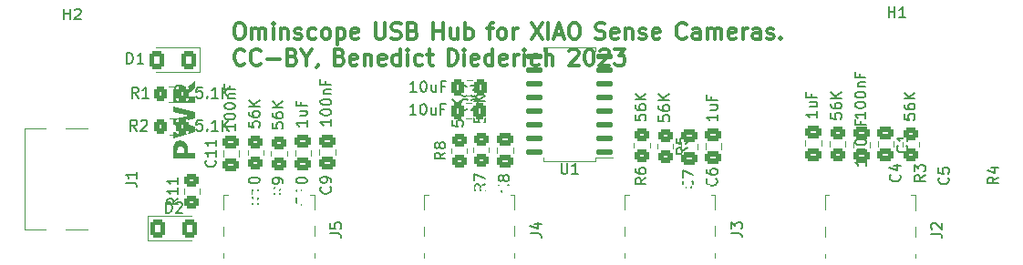
<source format=gbr>
%TF.GenerationSoftware,KiCad,Pcbnew,(7.0.0-0)*%
%TF.CreationDate,2023-12-09T12:43:24+01:00*%
%TF.ProjectId,USB 2.0 Hub,55534220-322e-4302-9048-75622e6b6963,v1.2*%
%TF.SameCoordinates,Original*%
%TF.FileFunction,Legend,Top*%
%TF.FilePolarity,Positive*%
%FSLAX46Y46*%
G04 Gerber Fmt 4.6, Leading zero omitted, Abs format (unit mm)*
G04 Created by KiCad (PCBNEW (7.0.0-0)) date 2023-12-09 12:43:24*
%MOMM*%
%LPD*%
G01*
G04 APERTURE LIST*
G04 Aperture macros list*
%AMRoundRect*
0 Rectangle with rounded corners*
0 $1 Rounding radius*
0 $2 $3 $4 $5 $6 $7 $8 $9 X,Y pos of 4 corners*
0 Add a 4 corners polygon primitive as box body*
4,1,4,$2,$3,$4,$5,$6,$7,$8,$9,$2,$3,0*
0 Add four circle primitives for the rounded corners*
1,1,$1+$1,$2,$3*
1,1,$1+$1,$4,$5*
1,1,$1+$1,$6,$7*
1,1,$1+$1,$8,$9*
0 Add four rect primitives between the rounded corners*
20,1,$1+$1,$2,$3,$4,$5,0*
20,1,$1+$1,$4,$5,$6,$7,0*
20,1,$1+$1,$6,$7,$8,$9,0*
20,1,$1+$1,$8,$9,$2,$3,0*%
G04 Aperture macros list end*
%ADD10C,0.400000*%
%ADD11C,0.300000*%
%ADD12C,0.150000*%
%ADD13C,0.120000*%
%ADD14RoundRect,0.250000X-0.475000X0.337500X-0.475000X-0.337500X0.475000X-0.337500X0.475000X0.337500X0*%
%ADD15C,3.200000*%
%ADD16RoundRect,0.250000X0.450000X-0.350000X0.450000X0.350000X-0.450000X0.350000X-0.450000X-0.350000X0*%
%ADD17RoundRect,0.250000X0.350000X0.450000X-0.350000X0.450000X-0.350000X-0.450000X0.350000X-0.450000X0*%
%ADD18RoundRect,0.250001X-0.462499X-0.624999X0.462499X-0.624999X0.462499X0.624999X-0.462499X0.624999X0*%
%ADD19RoundRect,0.250000X-0.350000X-0.450000X0.350000X-0.450000X0.350000X0.450000X-0.350000X0.450000X0*%
%ADD20R,0.350000X1.900000*%
%ADD21R,1.500000X1.400000*%
%ADD22R,0.650000X2.100000*%
%ADD23R,1.200000X1.200000*%
%ADD24R,1.500000X1.300000*%
%ADD25RoundRect,0.250000X0.337500X0.475000X-0.337500X0.475000X-0.337500X-0.475000X0.337500X-0.475000X0*%
%ADD26RoundRect,0.250000X-0.337500X-0.475000X0.337500X-0.475000X0.337500X0.475000X-0.337500X0.475000X0*%
%ADD27RoundRect,0.137500X0.662500X0.137500X-0.662500X0.137500X-0.662500X-0.137500X0.662500X-0.137500X0*%
%ADD28RoundRect,0.250000X-0.450000X0.350000X-0.450000X-0.350000X0.450000X-0.350000X0.450000X0.350000X0*%
%ADD29RoundRect,0.250001X0.462499X0.624999X-0.462499X0.624999X-0.462499X-0.624999X0.462499X-0.624999X0*%
%ADD30C,0.650000*%
%ADD31R,1.450000X0.600000*%
%ADD32R,1.450000X0.300000*%
%ADD33O,2.100000X1.000000*%
%ADD34O,1.600000X1.000000*%
G04 APERTURE END LIST*
D10*
G36*
X-15668596Y7757122D02*
G01*
X-15643026Y7755847D01*
X-15617568Y7753722D01*
X-15592221Y7750746D01*
X-15566987Y7746921D01*
X-15541864Y7742245D01*
X-15516852Y7736720D01*
X-15491952Y7730344D01*
X-15467164Y7723119D01*
X-15442487Y7715043D01*
X-15426098Y7709187D01*
X-15402004Y7699846D01*
X-15378631Y7689775D01*
X-15355980Y7678975D01*
X-15334049Y7667444D01*
X-15312840Y7655184D01*
X-15292352Y7642194D01*
X-15272586Y7628474D01*
X-15253541Y7614024D01*
X-15235217Y7598844D01*
X-15217614Y7582934D01*
X-15206280Y7571922D01*
X-15191429Y7556546D01*
X-15177039Y7540949D01*
X-15163112Y7525131D01*
X-15149646Y7509091D01*
X-15136642Y7492830D01*
X-15124100Y7476347D01*
X-15112019Y7459643D01*
X-15100400Y7442718D01*
X-15089243Y7425571D01*
X-15078548Y7408203D01*
X-15068315Y7390614D01*
X-15058543Y7372803D01*
X-15049233Y7354771D01*
X-15040385Y7336518D01*
X-15031999Y7318043D01*
X-15024074Y7299347D01*
X-15016621Y7280252D01*
X-15009649Y7260581D01*
X-15003157Y7240334D01*
X-14997147Y7219510D01*
X-14991617Y7198111D01*
X-14986568Y7176134D01*
X-14982000Y7153582D01*
X-14977913Y7130453D01*
X-14974306Y7106748D01*
X-14971181Y7082467D01*
X-14968536Y7057610D01*
X-14966372Y7032176D01*
X-14964689Y7006166D01*
X-14963487Y6979580D01*
X-14962766Y6952418D01*
X-14962525Y6924679D01*
X-14962525Y6596416D01*
X-14306000Y6596416D01*
X-14306000Y6068852D01*
X-16338101Y6068852D01*
X-16338101Y6596416D01*
X-15962944Y6596416D01*
X-15337682Y6596416D01*
X-15337682Y6747358D01*
X-15337828Y6772217D01*
X-15338266Y6796234D01*
X-15338996Y6819409D01*
X-15340018Y6841743D01*
X-15341332Y6863236D01*
X-15342937Y6883886D01*
X-15344835Y6903696D01*
X-15347819Y6928799D01*
X-15351323Y6952407D01*
X-15354291Y6969131D01*
X-15359084Y6990548D01*
X-15364915Y7011080D01*
X-15371785Y7030726D01*
X-15379692Y7049487D01*
X-15388637Y7067362D01*
X-15398621Y7084353D01*
X-15412560Y7104345D01*
X-15421702Y7115677D01*
X-15436163Y7130861D01*
X-15451459Y7144661D01*
X-15467590Y7157079D01*
X-15484556Y7168113D01*
X-15502357Y7177763D01*
X-15520992Y7186030D01*
X-15528680Y7188950D01*
X-15548887Y7195564D01*
X-15570430Y7201057D01*
X-15593309Y7205429D01*
X-15617524Y7208680D01*
X-15637857Y7210473D01*
X-15659045Y7211550D01*
X-15681088Y7211908D01*
X-15702802Y7211176D01*
X-15723739Y7208977D01*
X-15743896Y7205314D01*
X-15763275Y7200185D01*
X-15781876Y7193590D01*
X-15799698Y7185530D01*
X-15820881Y7173394D01*
X-15833007Y7165014D01*
X-15852062Y7150130D01*
X-15869233Y7134483D01*
X-15884520Y7118073D01*
X-15897922Y7100900D01*
X-15909440Y7082963D01*
X-15919074Y7064264D01*
X-15922400Y7056570D01*
X-15930353Y7036000D01*
X-15937360Y7015568D01*
X-15943420Y6995273D01*
X-15948534Y6975115D01*
X-15952701Y6955095D01*
X-15955922Y6935212D01*
X-15958197Y6915466D01*
X-15959525Y6895858D01*
X-15960326Y6875502D01*
X-15961021Y6853513D01*
X-15961608Y6829890D01*
X-15962089Y6804633D01*
X-15962380Y6784619D01*
X-15962610Y6763687D01*
X-15962780Y6741835D01*
X-15962891Y6719064D01*
X-15962941Y6695375D01*
X-15962944Y6687275D01*
X-15962944Y6596416D01*
X-16338101Y6596416D01*
X-16338101Y6937379D01*
X-16337969Y6961504D01*
X-16337574Y6985152D01*
X-16336916Y7008322D01*
X-16335994Y7031016D01*
X-16334809Y7053233D01*
X-16333361Y7074972D01*
X-16331650Y7096235D01*
X-16329675Y7117020D01*
X-16327436Y7137328D01*
X-16324935Y7157160D01*
X-16322170Y7176514D01*
X-16317529Y7204651D01*
X-16312295Y7231715D01*
X-16306469Y7257705D01*
X-16304395Y7266130D01*
X-16297867Y7291043D01*
X-16290737Y7315406D01*
X-16283006Y7339220D01*
X-16274674Y7362484D01*
X-16265741Y7385199D01*
X-16256207Y7407364D01*
X-16246072Y7428979D01*
X-16235336Y7450045D01*
X-16223999Y7470562D01*
X-16212060Y7490528D01*
X-16203767Y7503534D01*
X-16188256Y7526192D01*
X-16171945Y7547819D01*
X-16154836Y7568415D01*
X-16136929Y7587981D01*
X-16118223Y7606517D01*
X-16098718Y7624022D01*
X-16078415Y7640497D01*
X-16057313Y7655942D01*
X-16035413Y7670356D01*
X-16012714Y7683740D01*
X-15997138Y7692090D01*
X-15973061Y7703788D01*
X-15948091Y7714335D01*
X-15922228Y7723732D01*
X-15895472Y7731978D01*
X-15867823Y7739073D01*
X-15839281Y7745018D01*
X-15819757Y7748342D01*
X-15799836Y7751155D01*
X-15779518Y7753456D01*
X-15758803Y7755246D01*
X-15737691Y7756524D01*
X-15716182Y7757291D01*
X-15694277Y7757547D01*
X-15668596Y7757122D01*
G37*
G36*
X-16338101Y10943939D02*
G01*
X-14306000Y10392927D01*
X-14306000Y9809187D01*
X-15629797Y9442334D01*
X-14306000Y9085251D01*
X-14306000Y8501511D01*
X-16338101Y7950499D01*
X-16338101Y8501511D01*
X-14939078Y8816095D01*
X-16338101Y9192229D01*
X-16338101Y9718328D01*
X-14939078Y10076877D01*
X-16338101Y10406605D01*
X-16338101Y10943939D01*
G37*
G36*
X-14306000Y12606256D02*
G01*
X-15056315Y12048405D01*
X-15056315Y11805139D01*
X-14306000Y11805139D01*
X-14306000Y11280017D01*
X-16338101Y11280017D01*
X-16338101Y11805139D01*
X-15962944Y11805139D01*
X-15431472Y11805139D01*
X-15431472Y11967317D01*
X-15431575Y11990674D01*
X-15431884Y12013301D01*
X-15432399Y12035198D01*
X-15433120Y12056366D01*
X-15434048Y12076804D01*
X-15435181Y12096512D01*
X-15437013Y12121653D01*
X-15439211Y12145498D01*
X-15441776Y12168044D01*
X-15443195Y12178831D01*
X-15446721Y12199653D01*
X-15451194Y12219619D01*
X-15456613Y12238731D01*
X-15464718Y12261419D01*
X-15474302Y12282772D01*
X-15485364Y12302788D01*
X-15497906Y12321469D01*
X-15510931Y12337991D01*
X-15524362Y12353058D01*
X-15541014Y12369218D01*
X-15558251Y12383283D01*
X-15576071Y12395253D01*
X-15588275Y12402069D01*
X-15608145Y12410701D01*
X-15630384Y12417548D01*
X-15650728Y12421889D01*
X-15672717Y12424990D01*
X-15696351Y12426850D01*
X-15716444Y12427445D01*
X-15721632Y12427470D01*
X-15744310Y12426695D01*
X-15765939Y12424369D01*
X-15786519Y12420493D01*
X-15806048Y12415067D01*
X-15824529Y12408091D01*
X-15845320Y12397672D01*
X-15848638Y12395719D01*
X-15867815Y12382381D01*
X-15882589Y12368799D01*
X-15896266Y12352976D01*
X-15908845Y12334911D01*
X-15920327Y12314603D01*
X-15928723Y12296743D01*
X-15932658Y12287275D01*
X-15939951Y12266506D01*
X-15946076Y12244502D01*
X-15950288Y12225220D01*
X-15953689Y12205079D01*
X-15956280Y12184080D01*
X-15958059Y12162222D01*
X-15959466Y12139363D01*
X-15960635Y12115358D01*
X-15961398Y12095330D01*
X-15962009Y12074570D01*
X-15962467Y12053076D01*
X-15962772Y12030850D01*
X-15962925Y12007891D01*
X-15962944Y11996137D01*
X-15962944Y11805139D01*
X-16338101Y11805139D01*
X-16338101Y12164665D01*
X-16338021Y12187179D01*
X-16337780Y12209293D01*
X-16337380Y12231005D01*
X-16336819Y12252317D01*
X-16336097Y12273229D01*
X-16335216Y12293740D01*
X-16334174Y12313850D01*
X-16332972Y12333559D01*
X-16330868Y12362371D01*
X-16328404Y12390282D01*
X-16325579Y12417292D01*
X-16322393Y12443399D01*
X-16318847Y12468606D01*
X-16317585Y12476807D01*
X-16313404Y12501116D01*
X-16308374Y12525133D01*
X-16302494Y12548858D01*
X-16295763Y12572291D01*
X-16288182Y12595432D01*
X-16279752Y12618281D01*
X-16270471Y12640838D01*
X-16260340Y12663103D01*
X-16249359Y12685077D01*
X-16237528Y12706758D01*
X-16229169Y12721050D01*
X-16216085Y12742336D01*
X-16202298Y12762781D01*
X-16187807Y12782385D01*
X-16172611Y12801146D01*
X-16156712Y12819067D01*
X-16140108Y12836146D01*
X-16122800Y12852383D01*
X-16104788Y12867779D01*
X-16086072Y12882333D01*
X-16066652Y12896046D01*
X-16053314Y12904721D01*
X-16032587Y12916855D01*
X-16010890Y12927796D01*
X-15988223Y12937543D01*
X-15964585Y12946097D01*
X-15939977Y12953457D01*
X-15914399Y12959624D01*
X-15887850Y12964597D01*
X-15860331Y12968376D01*
X-15831842Y12970962D01*
X-15812311Y12972023D01*
X-15792348Y12972554D01*
X-15782204Y12972620D01*
X-15754500Y12972210D01*
X-15727440Y12970979D01*
X-15701026Y12968928D01*
X-15675256Y12966056D01*
X-15650132Y12962364D01*
X-15625652Y12957851D01*
X-15601818Y12952518D01*
X-15578628Y12946364D01*
X-15556083Y12939390D01*
X-15534183Y12931595D01*
X-15512928Y12922980D01*
X-15492319Y12913544D01*
X-15472354Y12903288D01*
X-15453034Y12892211D01*
X-15434359Y12880314D01*
X-15416328Y12867596D01*
X-15398867Y12854117D01*
X-15381776Y12839935D01*
X-15365055Y12825052D01*
X-15348704Y12809466D01*
X-15332723Y12793178D01*
X-15317112Y12776188D01*
X-15301872Y12758496D01*
X-15287002Y12740101D01*
X-15272502Y12721004D01*
X-15258372Y12701205D01*
X-15244612Y12680704D01*
X-15231223Y12659501D01*
X-15218204Y12637595D01*
X-15205555Y12614988D01*
X-15193276Y12591678D01*
X-15181367Y12567666D01*
X-14306000Y13250569D01*
X-14306000Y12606256D01*
G37*
D11*
X-10327143Y18686429D02*
X-10041429Y18686429D01*
X-10041429Y18686429D02*
X-9898572Y18615000D01*
X-9898572Y18615000D02*
X-9755715Y18472143D01*
X-9755715Y18472143D02*
X-9684286Y18186429D01*
X-9684286Y18186429D02*
X-9684286Y17686429D01*
X-9684286Y17686429D02*
X-9755715Y17400715D01*
X-9755715Y17400715D02*
X-9898572Y17257858D01*
X-9898572Y17257858D02*
X-10041429Y17186429D01*
X-10041429Y17186429D02*
X-10327143Y17186429D01*
X-10327143Y17186429D02*
X-10470000Y17257858D01*
X-10470000Y17257858D02*
X-10612858Y17400715D01*
X-10612858Y17400715D02*
X-10684286Y17686429D01*
X-10684286Y17686429D02*
X-10684286Y18186429D01*
X-10684286Y18186429D02*
X-10612858Y18472143D01*
X-10612858Y18472143D02*
X-10470000Y18615000D01*
X-10470000Y18615000D02*
X-10327143Y18686429D01*
X-9041429Y17186429D02*
X-9041429Y18186429D01*
X-9041429Y18043572D02*
X-8970000Y18115000D01*
X-8970000Y18115000D02*
X-8827143Y18186429D01*
X-8827143Y18186429D02*
X-8612857Y18186429D01*
X-8612857Y18186429D02*
X-8470000Y18115000D01*
X-8470000Y18115000D02*
X-8398571Y17972143D01*
X-8398571Y17972143D02*
X-8398571Y17186429D01*
X-8398571Y17972143D02*
X-8327143Y18115000D01*
X-8327143Y18115000D02*
X-8184286Y18186429D01*
X-8184286Y18186429D02*
X-7970000Y18186429D01*
X-7970000Y18186429D02*
X-7827143Y18115000D01*
X-7827143Y18115000D02*
X-7755714Y17972143D01*
X-7755714Y17972143D02*
X-7755714Y17186429D01*
X-7041429Y17186429D02*
X-7041429Y18186429D01*
X-7041429Y18686429D02*
X-7112857Y18615000D01*
X-7112857Y18615000D02*
X-7041429Y18543572D01*
X-7041429Y18543572D02*
X-6970000Y18615000D01*
X-6970000Y18615000D02*
X-7041429Y18686429D01*
X-7041429Y18686429D02*
X-7041429Y18543572D01*
X-6327143Y18186429D02*
X-6327143Y17186429D01*
X-6327143Y18043572D02*
X-6255714Y18115000D01*
X-6255714Y18115000D02*
X-6112857Y18186429D01*
X-6112857Y18186429D02*
X-5898571Y18186429D01*
X-5898571Y18186429D02*
X-5755714Y18115000D01*
X-5755714Y18115000D02*
X-5684285Y17972143D01*
X-5684285Y17972143D02*
X-5684285Y17186429D01*
X-5041428Y17257858D02*
X-4898571Y17186429D01*
X-4898571Y17186429D02*
X-4612857Y17186429D01*
X-4612857Y17186429D02*
X-4470000Y17257858D01*
X-4470000Y17257858D02*
X-4398571Y17400715D01*
X-4398571Y17400715D02*
X-4398571Y17472143D01*
X-4398571Y17472143D02*
X-4470000Y17615000D01*
X-4470000Y17615000D02*
X-4612857Y17686429D01*
X-4612857Y17686429D02*
X-4827142Y17686429D01*
X-4827142Y17686429D02*
X-4970000Y17757858D01*
X-4970000Y17757858D02*
X-5041428Y17900715D01*
X-5041428Y17900715D02*
X-5041428Y17972143D01*
X-5041428Y17972143D02*
X-4970000Y18115000D01*
X-4970000Y18115000D02*
X-4827142Y18186429D01*
X-4827142Y18186429D02*
X-4612857Y18186429D01*
X-4612857Y18186429D02*
X-4470000Y18115000D01*
X-3112856Y17257858D02*
X-3255714Y17186429D01*
X-3255714Y17186429D02*
X-3541428Y17186429D01*
X-3541428Y17186429D02*
X-3684285Y17257858D01*
X-3684285Y17257858D02*
X-3755714Y17329286D01*
X-3755714Y17329286D02*
X-3827142Y17472143D01*
X-3827142Y17472143D02*
X-3827142Y17900715D01*
X-3827142Y17900715D02*
X-3755714Y18043572D01*
X-3755714Y18043572D02*
X-3684285Y18115000D01*
X-3684285Y18115000D02*
X-3541428Y18186429D01*
X-3541428Y18186429D02*
X-3255714Y18186429D01*
X-3255714Y18186429D02*
X-3112856Y18115000D01*
X-2255714Y17186429D02*
X-2398571Y17257858D01*
X-2398571Y17257858D02*
X-2470000Y17329286D01*
X-2470000Y17329286D02*
X-2541428Y17472143D01*
X-2541428Y17472143D02*
X-2541428Y17900715D01*
X-2541428Y17900715D02*
X-2470000Y18043572D01*
X-2470000Y18043572D02*
X-2398571Y18115000D01*
X-2398571Y18115000D02*
X-2255714Y18186429D01*
X-2255714Y18186429D02*
X-2041428Y18186429D01*
X-2041428Y18186429D02*
X-1898571Y18115000D01*
X-1898571Y18115000D02*
X-1827142Y18043572D01*
X-1827142Y18043572D02*
X-1755714Y17900715D01*
X-1755714Y17900715D02*
X-1755714Y17472143D01*
X-1755714Y17472143D02*
X-1827142Y17329286D01*
X-1827142Y17329286D02*
X-1898571Y17257858D01*
X-1898571Y17257858D02*
X-2041428Y17186429D01*
X-2041428Y17186429D02*
X-2255714Y17186429D01*
X-1112857Y18186429D02*
X-1112857Y16686429D01*
X-1112857Y18115000D02*
X-969999Y18186429D01*
X-969999Y18186429D02*
X-684285Y18186429D01*
X-684285Y18186429D02*
X-541428Y18115000D01*
X-541428Y18115000D02*
X-469999Y18043572D01*
X-469999Y18043572D02*
X-398571Y17900715D01*
X-398571Y17900715D02*
X-398571Y17472143D01*
X-398571Y17472143D02*
X-469999Y17329286D01*
X-469999Y17329286D02*
X-541428Y17257858D01*
X-541428Y17257858D02*
X-684285Y17186429D01*
X-684285Y17186429D02*
X-969999Y17186429D01*
X-969999Y17186429D02*
X-1112857Y17257858D01*
X815715Y17257858D02*
X672858Y17186429D01*
X672858Y17186429D02*
X387144Y17186429D01*
X387144Y17186429D02*
X244286Y17257858D01*
X244286Y17257858D02*
X172858Y17400715D01*
X172858Y17400715D02*
X172858Y17972143D01*
X172858Y17972143D02*
X244286Y18115000D01*
X244286Y18115000D02*
X387144Y18186429D01*
X387144Y18186429D02*
X672858Y18186429D01*
X672858Y18186429D02*
X815715Y18115000D01*
X815715Y18115000D02*
X887144Y17972143D01*
X887144Y17972143D02*
X887144Y17829286D01*
X887144Y17829286D02*
X172858Y17686429D01*
X2430000Y18686429D02*
X2430000Y17472143D01*
X2430000Y17472143D02*
X2501429Y17329286D01*
X2501429Y17329286D02*
X2572858Y17257858D01*
X2572858Y17257858D02*
X2715715Y17186429D01*
X2715715Y17186429D02*
X3001429Y17186429D01*
X3001429Y17186429D02*
X3144286Y17257858D01*
X3144286Y17257858D02*
X3215715Y17329286D01*
X3215715Y17329286D02*
X3287143Y17472143D01*
X3287143Y17472143D02*
X3287143Y18686429D01*
X3930001Y17257858D02*
X4144287Y17186429D01*
X4144287Y17186429D02*
X4501429Y17186429D01*
X4501429Y17186429D02*
X4644287Y17257858D01*
X4644287Y17257858D02*
X4715715Y17329286D01*
X4715715Y17329286D02*
X4787144Y17472143D01*
X4787144Y17472143D02*
X4787144Y17615000D01*
X4787144Y17615000D02*
X4715715Y17757858D01*
X4715715Y17757858D02*
X4644287Y17829286D01*
X4644287Y17829286D02*
X4501429Y17900715D01*
X4501429Y17900715D02*
X4215715Y17972143D01*
X4215715Y17972143D02*
X4072858Y18043572D01*
X4072858Y18043572D02*
X4001429Y18115000D01*
X4001429Y18115000D02*
X3930001Y18257858D01*
X3930001Y18257858D02*
X3930001Y18400715D01*
X3930001Y18400715D02*
X4001429Y18543572D01*
X4001429Y18543572D02*
X4072858Y18615000D01*
X4072858Y18615000D02*
X4215715Y18686429D01*
X4215715Y18686429D02*
X4572858Y18686429D01*
X4572858Y18686429D02*
X4787144Y18615000D01*
X5930000Y17972143D02*
X6144286Y17900715D01*
X6144286Y17900715D02*
X6215715Y17829286D01*
X6215715Y17829286D02*
X6287143Y17686429D01*
X6287143Y17686429D02*
X6287143Y17472143D01*
X6287143Y17472143D02*
X6215715Y17329286D01*
X6215715Y17329286D02*
X6144286Y17257858D01*
X6144286Y17257858D02*
X6001429Y17186429D01*
X6001429Y17186429D02*
X5430000Y17186429D01*
X5430000Y17186429D02*
X5430000Y18686429D01*
X5430000Y18686429D02*
X5930000Y18686429D01*
X5930000Y18686429D02*
X6072858Y18615000D01*
X6072858Y18615000D02*
X6144286Y18543572D01*
X6144286Y18543572D02*
X6215715Y18400715D01*
X6215715Y18400715D02*
X6215715Y18257858D01*
X6215715Y18257858D02*
X6144286Y18115000D01*
X6144286Y18115000D02*
X6072858Y18043572D01*
X6072858Y18043572D02*
X5930000Y17972143D01*
X5930000Y17972143D02*
X5430000Y17972143D01*
X7830000Y17186429D02*
X7830000Y18686429D01*
X7830000Y17972143D02*
X8687143Y17972143D01*
X8687143Y17186429D02*
X8687143Y18686429D01*
X10044287Y18186429D02*
X10044287Y17186429D01*
X9401429Y18186429D02*
X9401429Y17400715D01*
X9401429Y17400715D02*
X9472858Y17257858D01*
X9472858Y17257858D02*
X9615715Y17186429D01*
X9615715Y17186429D02*
X9830001Y17186429D01*
X9830001Y17186429D02*
X9972858Y17257858D01*
X9972858Y17257858D02*
X10044287Y17329286D01*
X10758572Y17186429D02*
X10758572Y18686429D01*
X10758572Y18115000D02*
X10901430Y18186429D01*
X10901430Y18186429D02*
X11187144Y18186429D01*
X11187144Y18186429D02*
X11330001Y18115000D01*
X11330001Y18115000D02*
X11401430Y18043572D01*
X11401430Y18043572D02*
X11472858Y17900715D01*
X11472858Y17900715D02*
X11472858Y17472143D01*
X11472858Y17472143D02*
X11401430Y17329286D01*
X11401430Y17329286D02*
X11330001Y17257858D01*
X11330001Y17257858D02*
X11187144Y17186429D01*
X11187144Y17186429D02*
X10901430Y17186429D01*
X10901430Y17186429D02*
X10758572Y17257858D01*
X12801430Y18186429D02*
X13372858Y18186429D01*
X13015715Y17186429D02*
X13015715Y18472143D01*
X13015715Y18472143D02*
X13087144Y18615000D01*
X13087144Y18615000D02*
X13230001Y18686429D01*
X13230001Y18686429D02*
X13372858Y18686429D01*
X14087144Y17186429D02*
X13944287Y17257858D01*
X13944287Y17257858D02*
X13872858Y17329286D01*
X13872858Y17329286D02*
X13801430Y17472143D01*
X13801430Y17472143D02*
X13801430Y17900715D01*
X13801430Y17900715D02*
X13872858Y18043572D01*
X13872858Y18043572D02*
X13944287Y18115000D01*
X13944287Y18115000D02*
X14087144Y18186429D01*
X14087144Y18186429D02*
X14301430Y18186429D01*
X14301430Y18186429D02*
X14444287Y18115000D01*
X14444287Y18115000D02*
X14515716Y18043572D01*
X14515716Y18043572D02*
X14587144Y17900715D01*
X14587144Y17900715D02*
X14587144Y17472143D01*
X14587144Y17472143D02*
X14515716Y17329286D01*
X14515716Y17329286D02*
X14444287Y17257858D01*
X14444287Y17257858D02*
X14301430Y17186429D01*
X14301430Y17186429D02*
X14087144Y17186429D01*
X15230001Y17186429D02*
X15230001Y18186429D01*
X15230001Y17900715D02*
X15301430Y18043572D01*
X15301430Y18043572D02*
X15372859Y18115000D01*
X15372859Y18115000D02*
X15515716Y18186429D01*
X15515716Y18186429D02*
X15658573Y18186429D01*
X16915715Y18686429D02*
X17915715Y17186429D01*
X17915715Y18686429D02*
X16915715Y17186429D01*
X18487143Y17186429D02*
X18487143Y18686429D01*
X19130001Y17615000D02*
X19844287Y17615000D01*
X18987144Y17186429D02*
X19487144Y18686429D01*
X19487144Y18686429D02*
X19987144Y17186429D01*
X20772858Y18686429D02*
X21058572Y18686429D01*
X21058572Y18686429D02*
X21201429Y18615000D01*
X21201429Y18615000D02*
X21344286Y18472143D01*
X21344286Y18472143D02*
X21415715Y18186429D01*
X21415715Y18186429D02*
X21415715Y17686429D01*
X21415715Y17686429D02*
X21344286Y17400715D01*
X21344286Y17400715D02*
X21201429Y17257858D01*
X21201429Y17257858D02*
X21058572Y17186429D01*
X21058572Y17186429D02*
X20772858Y17186429D01*
X20772858Y17186429D02*
X20630001Y17257858D01*
X20630001Y17257858D02*
X20487143Y17400715D01*
X20487143Y17400715D02*
X20415715Y17686429D01*
X20415715Y17686429D02*
X20415715Y18186429D01*
X20415715Y18186429D02*
X20487143Y18472143D01*
X20487143Y18472143D02*
X20630001Y18615000D01*
X20630001Y18615000D02*
X20772858Y18686429D01*
X22887144Y17257858D02*
X23101430Y17186429D01*
X23101430Y17186429D02*
X23458572Y17186429D01*
X23458572Y17186429D02*
X23601430Y17257858D01*
X23601430Y17257858D02*
X23672858Y17329286D01*
X23672858Y17329286D02*
X23744287Y17472143D01*
X23744287Y17472143D02*
X23744287Y17615000D01*
X23744287Y17615000D02*
X23672858Y17757858D01*
X23672858Y17757858D02*
X23601430Y17829286D01*
X23601430Y17829286D02*
X23458572Y17900715D01*
X23458572Y17900715D02*
X23172858Y17972143D01*
X23172858Y17972143D02*
X23030001Y18043572D01*
X23030001Y18043572D02*
X22958572Y18115000D01*
X22958572Y18115000D02*
X22887144Y18257858D01*
X22887144Y18257858D02*
X22887144Y18400715D01*
X22887144Y18400715D02*
X22958572Y18543572D01*
X22958572Y18543572D02*
X23030001Y18615000D01*
X23030001Y18615000D02*
X23172858Y18686429D01*
X23172858Y18686429D02*
X23530001Y18686429D01*
X23530001Y18686429D02*
X23744287Y18615000D01*
X24958572Y17257858D02*
X24815715Y17186429D01*
X24815715Y17186429D02*
X24530001Y17186429D01*
X24530001Y17186429D02*
X24387143Y17257858D01*
X24387143Y17257858D02*
X24315715Y17400715D01*
X24315715Y17400715D02*
X24315715Y17972143D01*
X24315715Y17972143D02*
X24387143Y18115000D01*
X24387143Y18115000D02*
X24530001Y18186429D01*
X24530001Y18186429D02*
X24815715Y18186429D01*
X24815715Y18186429D02*
X24958572Y18115000D01*
X24958572Y18115000D02*
X25030001Y17972143D01*
X25030001Y17972143D02*
X25030001Y17829286D01*
X25030001Y17829286D02*
X24315715Y17686429D01*
X25672857Y18186429D02*
X25672857Y17186429D01*
X25672857Y18043572D02*
X25744286Y18115000D01*
X25744286Y18115000D02*
X25887143Y18186429D01*
X25887143Y18186429D02*
X26101429Y18186429D01*
X26101429Y18186429D02*
X26244286Y18115000D01*
X26244286Y18115000D02*
X26315715Y17972143D01*
X26315715Y17972143D02*
X26315715Y17186429D01*
X26958572Y17257858D02*
X27101429Y17186429D01*
X27101429Y17186429D02*
X27387143Y17186429D01*
X27387143Y17186429D02*
X27530000Y17257858D01*
X27530000Y17257858D02*
X27601429Y17400715D01*
X27601429Y17400715D02*
X27601429Y17472143D01*
X27601429Y17472143D02*
X27530000Y17615000D01*
X27530000Y17615000D02*
X27387143Y17686429D01*
X27387143Y17686429D02*
X27172858Y17686429D01*
X27172858Y17686429D02*
X27030000Y17757858D01*
X27030000Y17757858D02*
X26958572Y17900715D01*
X26958572Y17900715D02*
X26958572Y17972143D01*
X26958572Y17972143D02*
X27030000Y18115000D01*
X27030000Y18115000D02*
X27172858Y18186429D01*
X27172858Y18186429D02*
X27387143Y18186429D01*
X27387143Y18186429D02*
X27530000Y18115000D01*
X28815715Y17257858D02*
X28672858Y17186429D01*
X28672858Y17186429D02*
X28387144Y17186429D01*
X28387144Y17186429D02*
X28244286Y17257858D01*
X28244286Y17257858D02*
X28172858Y17400715D01*
X28172858Y17400715D02*
X28172858Y17972143D01*
X28172858Y17972143D02*
X28244286Y18115000D01*
X28244286Y18115000D02*
X28387144Y18186429D01*
X28387144Y18186429D02*
X28672858Y18186429D01*
X28672858Y18186429D02*
X28815715Y18115000D01*
X28815715Y18115000D02*
X28887144Y17972143D01*
X28887144Y17972143D02*
X28887144Y17829286D01*
X28887144Y17829286D02*
X28172858Y17686429D01*
X31287143Y17329286D02*
X31215715Y17257858D01*
X31215715Y17257858D02*
X31001429Y17186429D01*
X31001429Y17186429D02*
X30858572Y17186429D01*
X30858572Y17186429D02*
X30644286Y17257858D01*
X30644286Y17257858D02*
X30501429Y17400715D01*
X30501429Y17400715D02*
X30430000Y17543572D01*
X30430000Y17543572D02*
X30358572Y17829286D01*
X30358572Y17829286D02*
X30358572Y18043572D01*
X30358572Y18043572D02*
X30430000Y18329286D01*
X30430000Y18329286D02*
X30501429Y18472143D01*
X30501429Y18472143D02*
X30644286Y18615000D01*
X30644286Y18615000D02*
X30858572Y18686429D01*
X30858572Y18686429D02*
X31001429Y18686429D01*
X31001429Y18686429D02*
X31215715Y18615000D01*
X31215715Y18615000D02*
X31287143Y18543572D01*
X32572858Y17186429D02*
X32572858Y17972143D01*
X32572858Y17972143D02*
X32501429Y18115000D01*
X32501429Y18115000D02*
X32358572Y18186429D01*
X32358572Y18186429D02*
X32072858Y18186429D01*
X32072858Y18186429D02*
X31930000Y18115000D01*
X32572858Y17257858D02*
X32430000Y17186429D01*
X32430000Y17186429D02*
X32072858Y17186429D01*
X32072858Y17186429D02*
X31930000Y17257858D01*
X31930000Y17257858D02*
X31858572Y17400715D01*
X31858572Y17400715D02*
X31858572Y17543572D01*
X31858572Y17543572D02*
X31930000Y17686429D01*
X31930000Y17686429D02*
X32072858Y17757858D01*
X32072858Y17757858D02*
X32430000Y17757858D01*
X32430000Y17757858D02*
X32572858Y17829286D01*
X33287143Y17186429D02*
X33287143Y18186429D01*
X33287143Y18043572D02*
X33358572Y18115000D01*
X33358572Y18115000D02*
X33501429Y18186429D01*
X33501429Y18186429D02*
X33715715Y18186429D01*
X33715715Y18186429D02*
X33858572Y18115000D01*
X33858572Y18115000D02*
X33930001Y17972143D01*
X33930001Y17972143D02*
X33930001Y17186429D01*
X33930001Y17972143D02*
X34001429Y18115000D01*
X34001429Y18115000D02*
X34144286Y18186429D01*
X34144286Y18186429D02*
X34358572Y18186429D01*
X34358572Y18186429D02*
X34501429Y18115000D01*
X34501429Y18115000D02*
X34572858Y17972143D01*
X34572858Y17972143D02*
X34572858Y17186429D01*
X35858572Y17257858D02*
X35715715Y17186429D01*
X35715715Y17186429D02*
X35430001Y17186429D01*
X35430001Y17186429D02*
X35287143Y17257858D01*
X35287143Y17257858D02*
X35215715Y17400715D01*
X35215715Y17400715D02*
X35215715Y17972143D01*
X35215715Y17972143D02*
X35287143Y18115000D01*
X35287143Y18115000D02*
X35430001Y18186429D01*
X35430001Y18186429D02*
X35715715Y18186429D01*
X35715715Y18186429D02*
X35858572Y18115000D01*
X35858572Y18115000D02*
X35930001Y17972143D01*
X35930001Y17972143D02*
X35930001Y17829286D01*
X35930001Y17829286D02*
X35215715Y17686429D01*
X36572857Y17186429D02*
X36572857Y18186429D01*
X36572857Y17900715D02*
X36644286Y18043572D01*
X36644286Y18043572D02*
X36715715Y18115000D01*
X36715715Y18115000D02*
X36858572Y18186429D01*
X36858572Y18186429D02*
X37001429Y18186429D01*
X38144286Y17186429D02*
X38144286Y17972143D01*
X38144286Y17972143D02*
X38072857Y18115000D01*
X38072857Y18115000D02*
X37930000Y18186429D01*
X37930000Y18186429D02*
X37644286Y18186429D01*
X37644286Y18186429D02*
X37501428Y18115000D01*
X38144286Y17257858D02*
X38001428Y17186429D01*
X38001428Y17186429D02*
X37644286Y17186429D01*
X37644286Y17186429D02*
X37501428Y17257858D01*
X37501428Y17257858D02*
X37430000Y17400715D01*
X37430000Y17400715D02*
X37430000Y17543572D01*
X37430000Y17543572D02*
X37501428Y17686429D01*
X37501428Y17686429D02*
X37644286Y17757858D01*
X37644286Y17757858D02*
X38001428Y17757858D01*
X38001428Y17757858D02*
X38144286Y17829286D01*
X38787143Y17257858D02*
X38930000Y17186429D01*
X38930000Y17186429D02*
X39215714Y17186429D01*
X39215714Y17186429D02*
X39358571Y17257858D01*
X39358571Y17257858D02*
X39430000Y17400715D01*
X39430000Y17400715D02*
X39430000Y17472143D01*
X39430000Y17472143D02*
X39358571Y17615000D01*
X39358571Y17615000D02*
X39215714Y17686429D01*
X39215714Y17686429D02*
X39001429Y17686429D01*
X39001429Y17686429D02*
X38858571Y17757858D01*
X38858571Y17757858D02*
X38787143Y17900715D01*
X38787143Y17900715D02*
X38787143Y17972143D01*
X38787143Y17972143D02*
X38858571Y18115000D01*
X38858571Y18115000D02*
X39001429Y18186429D01*
X39001429Y18186429D02*
X39215714Y18186429D01*
X39215714Y18186429D02*
X39358571Y18115000D01*
X40072857Y17329286D02*
X40144286Y17257858D01*
X40144286Y17257858D02*
X40072857Y17186429D01*
X40072857Y17186429D02*
X40001429Y17257858D01*
X40001429Y17257858D02*
X40072857Y17329286D01*
X40072857Y17329286D02*
X40072857Y17186429D01*
X-9755715Y14899286D02*
X-9827143Y14827858D01*
X-9827143Y14827858D02*
X-10041429Y14756429D01*
X-10041429Y14756429D02*
X-10184286Y14756429D01*
X-10184286Y14756429D02*
X-10398572Y14827858D01*
X-10398572Y14827858D02*
X-10541429Y14970715D01*
X-10541429Y14970715D02*
X-10612858Y15113572D01*
X-10612858Y15113572D02*
X-10684286Y15399286D01*
X-10684286Y15399286D02*
X-10684286Y15613572D01*
X-10684286Y15613572D02*
X-10612858Y15899286D01*
X-10612858Y15899286D02*
X-10541429Y16042143D01*
X-10541429Y16042143D02*
X-10398572Y16185000D01*
X-10398572Y16185000D02*
X-10184286Y16256429D01*
X-10184286Y16256429D02*
X-10041429Y16256429D01*
X-10041429Y16256429D02*
X-9827143Y16185000D01*
X-9827143Y16185000D02*
X-9755715Y16113572D01*
X-8255715Y14899286D02*
X-8327143Y14827858D01*
X-8327143Y14827858D02*
X-8541429Y14756429D01*
X-8541429Y14756429D02*
X-8684286Y14756429D01*
X-8684286Y14756429D02*
X-8898572Y14827858D01*
X-8898572Y14827858D02*
X-9041429Y14970715D01*
X-9041429Y14970715D02*
X-9112858Y15113572D01*
X-9112858Y15113572D02*
X-9184286Y15399286D01*
X-9184286Y15399286D02*
X-9184286Y15613572D01*
X-9184286Y15613572D02*
X-9112858Y15899286D01*
X-9112858Y15899286D02*
X-9041429Y16042143D01*
X-9041429Y16042143D02*
X-8898572Y16185000D01*
X-8898572Y16185000D02*
X-8684286Y16256429D01*
X-8684286Y16256429D02*
X-8541429Y16256429D01*
X-8541429Y16256429D02*
X-8327143Y16185000D01*
X-8327143Y16185000D02*
X-8255715Y16113572D01*
X-7612858Y15327858D02*
X-6470000Y15327858D01*
X-5255715Y15542143D02*
X-5041429Y15470715D01*
X-5041429Y15470715D02*
X-4970000Y15399286D01*
X-4970000Y15399286D02*
X-4898572Y15256429D01*
X-4898572Y15256429D02*
X-4898572Y15042143D01*
X-4898572Y15042143D02*
X-4970000Y14899286D01*
X-4970000Y14899286D02*
X-5041429Y14827858D01*
X-5041429Y14827858D02*
X-5184286Y14756429D01*
X-5184286Y14756429D02*
X-5755715Y14756429D01*
X-5755715Y14756429D02*
X-5755715Y16256429D01*
X-5755715Y16256429D02*
X-5255715Y16256429D01*
X-5255715Y16256429D02*
X-5112857Y16185000D01*
X-5112857Y16185000D02*
X-5041429Y16113572D01*
X-5041429Y16113572D02*
X-4970000Y15970715D01*
X-4970000Y15970715D02*
X-4970000Y15827858D01*
X-4970000Y15827858D02*
X-5041429Y15685000D01*
X-5041429Y15685000D02*
X-5112857Y15613572D01*
X-5112857Y15613572D02*
X-5255715Y15542143D01*
X-5255715Y15542143D02*
X-5755715Y15542143D01*
X-3970000Y15470715D02*
X-3970000Y14756429D01*
X-4470000Y16256429D02*
X-3970000Y15470715D01*
X-3970000Y15470715D02*
X-3470000Y16256429D01*
X-2898572Y14827858D02*
X-2898572Y14756429D01*
X-2898572Y14756429D02*
X-2970001Y14613572D01*
X-2970001Y14613572D02*
X-3041429Y14542143D01*
X-855715Y15542143D02*
X-641429Y15470715D01*
X-641429Y15470715D02*
X-570000Y15399286D01*
X-570000Y15399286D02*
X-498572Y15256429D01*
X-498572Y15256429D02*
X-498572Y15042143D01*
X-498572Y15042143D02*
X-570000Y14899286D01*
X-570000Y14899286D02*
X-641429Y14827858D01*
X-641429Y14827858D02*
X-784286Y14756429D01*
X-784286Y14756429D02*
X-1355715Y14756429D01*
X-1355715Y14756429D02*
X-1355715Y16256429D01*
X-1355715Y16256429D02*
X-855715Y16256429D01*
X-855715Y16256429D02*
X-712857Y16185000D01*
X-712857Y16185000D02*
X-641429Y16113572D01*
X-641429Y16113572D02*
X-570000Y15970715D01*
X-570000Y15970715D02*
X-570000Y15827858D01*
X-570000Y15827858D02*
X-641429Y15685000D01*
X-641429Y15685000D02*
X-712857Y15613572D01*
X-712857Y15613572D02*
X-855715Y15542143D01*
X-855715Y15542143D02*
X-1355715Y15542143D01*
X715714Y14827858D02*
X572857Y14756429D01*
X572857Y14756429D02*
X287143Y14756429D01*
X287143Y14756429D02*
X144285Y14827858D01*
X144285Y14827858D02*
X72857Y14970715D01*
X72857Y14970715D02*
X72857Y15542143D01*
X72857Y15542143D02*
X144285Y15685000D01*
X144285Y15685000D02*
X287143Y15756429D01*
X287143Y15756429D02*
X572857Y15756429D01*
X572857Y15756429D02*
X715714Y15685000D01*
X715714Y15685000D02*
X787143Y15542143D01*
X787143Y15542143D02*
X787143Y15399286D01*
X787143Y15399286D02*
X72857Y15256429D01*
X1429999Y15756429D02*
X1429999Y14756429D01*
X1429999Y15613572D02*
X1501428Y15685000D01*
X1501428Y15685000D02*
X1644285Y15756429D01*
X1644285Y15756429D02*
X1858571Y15756429D01*
X1858571Y15756429D02*
X2001428Y15685000D01*
X2001428Y15685000D02*
X2072857Y15542143D01*
X2072857Y15542143D02*
X2072857Y14756429D01*
X3358571Y14827858D02*
X3215714Y14756429D01*
X3215714Y14756429D02*
X2930000Y14756429D01*
X2930000Y14756429D02*
X2787142Y14827858D01*
X2787142Y14827858D02*
X2715714Y14970715D01*
X2715714Y14970715D02*
X2715714Y15542143D01*
X2715714Y15542143D02*
X2787142Y15685000D01*
X2787142Y15685000D02*
X2930000Y15756429D01*
X2930000Y15756429D02*
X3215714Y15756429D01*
X3215714Y15756429D02*
X3358571Y15685000D01*
X3358571Y15685000D02*
X3430000Y15542143D01*
X3430000Y15542143D02*
X3430000Y15399286D01*
X3430000Y15399286D02*
X2715714Y15256429D01*
X4715714Y14756429D02*
X4715714Y16256429D01*
X4715714Y14827858D02*
X4572856Y14756429D01*
X4572856Y14756429D02*
X4287142Y14756429D01*
X4287142Y14756429D02*
X4144285Y14827858D01*
X4144285Y14827858D02*
X4072856Y14899286D01*
X4072856Y14899286D02*
X4001428Y15042143D01*
X4001428Y15042143D02*
X4001428Y15470715D01*
X4001428Y15470715D02*
X4072856Y15613572D01*
X4072856Y15613572D02*
X4144285Y15685000D01*
X4144285Y15685000D02*
X4287142Y15756429D01*
X4287142Y15756429D02*
X4572856Y15756429D01*
X4572856Y15756429D02*
X4715714Y15685000D01*
X5429999Y14756429D02*
X5429999Y15756429D01*
X5429999Y16256429D02*
X5358571Y16185000D01*
X5358571Y16185000D02*
X5429999Y16113572D01*
X5429999Y16113572D02*
X5501428Y16185000D01*
X5501428Y16185000D02*
X5429999Y16256429D01*
X5429999Y16256429D02*
X5429999Y16113572D01*
X6787143Y14827858D02*
X6644285Y14756429D01*
X6644285Y14756429D02*
X6358571Y14756429D01*
X6358571Y14756429D02*
X6215714Y14827858D01*
X6215714Y14827858D02*
X6144285Y14899286D01*
X6144285Y14899286D02*
X6072857Y15042143D01*
X6072857Y15042143D02*
X6072857Y15470715D01*
X6072857Y15470715D02*
X6144285Y15613572D01*
X6144285Y15613572D02*
X6215714Y15685000D01*
X6215714Y15685000D02*
X6358571Y15756429D01*
X6358571Y15756429D02*
X6644285Y15756429D01*
X6644285Y15756429D02*
X6787143Y15685000D01*
X7215714Y15756429D02*
X7787142Y15756429D01*
X7429999Y16256429D02*
X7429999Y14970715D01*
X7429999Y14970715D02*
X7501428Y14827858D01*
X7501428Y14827858D02*
X7644285Y14756429D01*
X7644285Y14756429D02*
X7787142Y14756429D01*
X9187142Y14756429D02*
X9187142Y16256429D01*
X9187142Y16256429D02*
X9544285Y16256429D01*
X9544285Y16256429D02*
X9758571Y16185000D01*
X9758571Y16185000D02*
X9901428Y16042143D01*
X9901428Y16042143D02*
X9972857Y15899286D01*
X9972857Y15899286D02*
X10044285Y15613572D01*
X10044285Y15613572D02*
X10044285Y15399286D01*
X10044285Y15399286D02*
X9972857Y15113572D01*
X9972857Y15113572D02*
X9901428Y14970715D01*
X9901428Y14970715D02*
X9758571Y14827858D01*
X9758571Y14827858D02*
X9544285Y14756429D01*
X9544285Y14756429D02*
X9187142Y14756429D01*
X10687142Y14756429D02*
X10687142Y15756429D01*
X10687142Y16256429D02*
X10615714Y16185000D01*
X10615714Y16185000D02*
X10687142Y16113572D01*
X10687142Y16113572D02*
X10758571Y16185000D01*
X10758571Y16185000D02*
X10687142Y16256429D01*
X10687142Y16256429D02*
X10687142Y16113572D01*
X11972857Y14827858D02*
X11830000Y14756429D01*
X11830000Y14756429D02*
X11544286Y14756429D01*
X11544286Y14756429D02*
X11401428Y14827858D01*
X11401428Y14827858D02*
X11330000Y14970715D01*
X11330000Y14970715D02*
X11330000Y15542143D01*
X11330000Y15542143D02*
X11401428Y15685000D01*
X11401428Y15685000D02*
X11544286Y15756429D01*
X11544286Y15756429D02*
X11830000Y15756429D01*
X11830000Y15756429D02*
X11972857Y15685000D01*
X11972857Y15685000D02*
X12044286Y15542143D01*
X12044286Y15542143D02*
X12044286Y15399286D01*
X12044286Y15399286D02*
X11330000Y15256429D01*
X13330000Y14756429D02*
X13330000Y16256429D01*
X13330000Y14827858D02*
X13187142Y14756429D01*
X13187142Y14756429D02*
X12901428Y14756429D01*
X12901428Y14756429D02*
X12758571Y14827858D01*
X12758571Y14827858D02*
X12687142Y14899286D01*
X12687142Y14899286D02*
X12615714Y15042143D01*
X12615714Y15042143D02*
X12615714Y15470715D01*
X12615714Y15470715D02*
X12687142Y15613572D01*
X12687142Y15613572D02*
X12758571Y15685000D01*
X12758571Y15685000D02*
X12901428Y15756429D01*
X12901428Y15756429D02*
X13187142Y15756429D01*
X13187142Y15756429D02*
X13330000Y15685000D01*
X14615714Y14827858D02*
X14472857Y14756429D01*
X14472857Y14756429D02*
X14187143Y14756429D01*
X14187143Y14756429D02*
X14044285Y14827858D01*
X14044285Y14827858D02*
X13972857Y14970715D01*
X13972857Y14970715D02*
X13972857Y15542143D01*
X13972857Y15542143D02*
X14044285Y15685000D01*
X14044285Y15685000D02*
X14187143Y15756429D01*
X14187143Y15756429D02*
X14472857Y15756429D01*
X14472857Y15756429D02*
X14615714Y15685000D01*
X14615714Y15685000D02*
X14687143Y15542143D01*
X14687143Y15542143D02*
X14687143Y15399286D01*
X14687143Y15399286D02*
X13972857Y15256429D01*
X15329999Y14756429D02*
X15329999Y15756429D01*
X15329999Y15470715D02*
X15401428Y15613572D01*
X15401428Y15613572D02*
X15472857Y15685000D01*
X15472857Y15685000D02*
X15615714Y15756429D01*
X15615714Y15756429D02*
X15758571Y15756429D01*
X16258570Y14756429D02*
X16258570Y15756429D01*
X16258570Y16256429D02*
X16187142Y16185000D01*
X16187142Y16185000D02*
X16258570Y16113572D01*
X16258570Y16113572D02*
X16329999Y16185000D01*
X16329999Y16185000D02*
X16258570Y16256429D01*
X16258570Y16256429D02*
X16258570Y16113572D01*
X17615714Y14827858D02*
X17472856Y14756429D01*
X17472856Y14756429D02*
X17187142Y14756429D01*
X17187142Y14756429D02*
X17044285Y14827858D01*
X17044285Y14827858D02*
X16972856Y14899286D01*
X16972856Y14899286D02*
X16901428Y15042143D01*
X16901428Y15042143D02*
X16901428Y15470715D01*
X16901428Y15470715D02*
X16972856Y15613572D01*
X16972856Y15613572D02*
X17044285Y15685000D01*
X17044285Y15685000D02*
X17187142Y15756429D01*
X17187142Y15756429D02*
X17472856Y15756429D01*
X17472856Y15756429D02*
X17615714Y15685000D01*
X18258570Y14756429D02*
X18258570Y16256429D01*
X18901428Y14756429D02*
X18901428Y15542143D01*
X18901428Y15542143D02*
X18829999Y15685000D01*
X18829999Y15685000D02*
X18687142Y15756429D01*
X18687142Y15756429D02*
X18472856Y15756429D01*
X18472856Y15756429D02*
X18329999Y15685000D01*
X18329999Y15685000D02*
X18258570Y15613572D01*
X20444285Y16113572D02*
X20515713Y16185000D01*
X20515713Y16185000D02*
X20658571Y16256429D01*
X20658571Y16256429D02*
X21015713Y16256429D01*
X21015713Y16256429D02*
X21158571Y16185000D01*
X21158571Y16185000D02*
X21229999Y16113572D01*
X21229999Y16113572D02*
X21301428Y15970715D01*
X21301428Y15970715D02*
X21301428Y15827858D01*
X21301428Y15827858D02*
X21229999Y15613572D01*
X21229999Y15613572D02*
X20372856Y14756429D01*
X20372856Y14756429D02*
X21301428Y14756429D01*
X22229999Y16256429D02*
X22372856Y16256429D01*
X22372856Y16256429D02*
X22515713Y16185000D01*
X22515713Y16185000D02*
X22587142Y16113572D01*
X22587142Y16113572D02*
X22658570Y15970715D01*
X22658570Y15970715D02*
X22729999Y15685000D01*
X22729999Y15685000D02*
X22729999Y15327858D01*
X22729999Y15327858D02*
X22658570Y15042143D01*
X22658570Y15042143D02*
X22587142Y14899286D01*
X22587142Y14899286D02*
X22515713Y14827858D01*
X22515713Y14827858D02*
X22372856Y14756429D01*
X22372856Y14756429D02*
X22229999Y14756429D01*
X22229999Y14756429D02*
X22087142Y14827858D01*
X22087142Y14827858D02*
X22015713Y14899286D01*
X22015713Y14899286D02*
X21944284Y15042143D01*
X21944284Y15042143D02*
X21872856Y15327858D01*
X21872856Y15327858D02*
X21872856Y15685000D01*
X21872856Y15685000D02*
X21944284Y15970715D01*
X21944284Y15970715D02*
X22015713Y16113572D01*
X22015713Y16113572D02*
X22087142Y16185000D01*
X22087142Y16185000D02*
X22229999Y16256429D01*
X23301427Y16113572D02*
X23372855Y16185000D01*
X23372855Y16185000D02*
X23515713Y16256429D01*
X23515713Y16256429D02*
X23872855Y16256429D01*
X23872855Y16256429D02*
X24015713Y16185000D01*
X24015713Y16185000D02*
X24087141Y16113572D01*
X24087141Y16113572D02*
X24158570Y15970715D01*
X24158570Y15970715D02*
X24158570Y15827858D01*
X24158570Y15827858D02*
X24087141Y15613572D01*
X24087141Y15613572D02*
X23229998Y14756429D01*
X23229998Y14756429D02*
X24158570Y14756429D01*
X24658569Y16256429D02*
X25587141Y16256429D01*
X25587141Y16256429D02*
X25087141Y15685000D01*
X25087141Y15685000D02*
X25301426Y15685000D01*
X25301426Y15685000D02*
X25444284Y15613572D01*
X25444284Y15613572D02*
X25515712Y15542143D01*
X25515712Y15542143D02*
X25587141Y15399286D01*
X25587141Y15399286D02*
X25587141Y15042143D01*
X25587141Y15042143D02*
X25515712Y14899286D01*
X25515712Y14899286D02*
X25444284Y14827858D01*
X25444284Y14827858D02*
X25301426Y14756429D01*
X25301426Y14756429D02*
X24872855Y14756429D01*
X24872855Y14756429D02*
X24729998Y14827858D01*
X24729998Y14827858D02*
X24658569Y14899286D01*
D12*
%TO.C,C4*%
X51101342Y4583434D02*
X51148961Y4535815D01*
X51148961Y4535815D02*
X51196580Y4392958D01*
X51196580Y4392958D02*
X51196580Y4297720D01*
X51196580Y4297720D02*
X51148961Y4154863D01*
X51148961Y4154863D02*
X51053723Y4059625D01*
X51053723Y4059625D02*
X50958485Y4012006D01*
X50958485Y4012006D02*
X50768009Y3964387D01*
X50768009Y3964387D02*
X50625152Y3964387D01*
X50625152Y3964387D02*
X50434676Y4012006D01*
X50434676Y4012006D02*
X50339438Y4059625D01*
X50339438Y4059625D02*
X50244200Y4154863D01*
X50244200Y4154863D02*
X50196580Y4297720D01*
X50196580Y4297720D02*
X50196580Y4392958D01*
X50196580Y4392958D02*
X50244200Y4535815D01*
X50244200Y4535815D02*
X50291819Y4583434D01*
X50529914Y5440577D02*
X51196580Y5440577D01*
X50148961Y5202482D02*
X50863247Y4964387D01*
X50863247Y4964387D02*
X50863247Y5583434D01*
X43447380Y10461862D02*
X43447380Y9890434D01*
X43447380Y10176148D02*
X42447380Y10176148D01*
X42447380Y10176148D02*
X42590238Y10080910D01*
X42590238Y10080910D02*
X42685476Y9985672D01*
X42685476Y9985672D02*
X42733095Y9890434D01*
X42780714Y11319005D02*
X43447380Y11319005D01*
X42780714Y10890434D02*
X43304523Y10890434D01*
X43304523Y10890434D02*
X43399761Y10938053D01*
X43399761Y10938053D02*
X43447380Y11033291D01*
X43447380Y11033291D02*
X43447380Y11176148D01*
X43447380Y11176148D02*
X43399761Y11271386D01*
X43399761Y11271386D02*
X43352142Y11319005D01*
X42923571Y12128529D02*
X42923571Y11795196D01*
X43447380Y11795196D02*
X42447380Y11795196D01*
X42447380Y11795196D02*
X42447380Y12271386D01*
%TO.C,C6*%
X34077142Y4189234D02*
X34124761Y4141615D01*
X34124761Y4141615D02*
X34172380Y3998758D01*
X34172380Y3998758D02*
X34172380Y3903520D01*
X34172380Y3903520D02*
X34124761Y3760663D01*
X34124761Y3760663D02*
X34029523Y3665425D01*
X34029523Y3665425D02*
X33934285Y3617806D01*
X33934285Y3617806D02*
X33743809Y3570187D01*
X33743809Y3570187D02*
X33600952Y3570187D01*
X33600952Y3570187D02*
X33410476Y3617806D01*
X33410476Y3617806D02*
X33315238Y3665425D01*
X33315238Y3665425D02*
X33220000Y3760663D01*
X33220000Y3760663D02*
X33172380Y3903520D01*
X33172380Y3903520D02*
X33172380Y3998758D01*
X33172380Y3998758D02*
X33220000Y4141615D01*
X33220000Y4141615D02*
X33267619Y4189234D01*
X33172380Y5046377D02*
X33172380Y4855901D01*
X33172380Y4855901D02*
X33220000Y4760663D01*
X33220000Y4760663D02*
X33267619Y4713044D01*
X33267619Y4713044D02*
X33410476Y4617806D01*
X33410476Y4617806D02*
X33600952Y4570187D01*
X33600952Y4570187D02*
X33981904Y4570187D01*
X33981904Y4570187D02*
X34077142Y4617806D01*
X34077142Y4617806D02*
X34124761Y4665425D01*
X34124761Y4665425D02*
X34172380Y4760663D01*
X34172380Y4760663D02*
X34172380Y4951139D01*
X34172380Y4951139D02*
X34124761Y5046377D01*
X34124761Y5046377D02*
X34077142Y5093996D01*
X34077142Y5093996D02*
X33981904Y5141615D01*
X33981904Y5141615D02*
X33743809Y5141615D01*
X33743809Y5141615D02*
X33648571Y5093996D01*
X33648571Y5093996D02*
X33600952Y5046377D01*
X33600952Y5046377D02*
X33553333Y4951139D01*
X33553333Y4951139D02*
X33553333Y4760663D01*
X33553333Y4760663D02*
X33600952Y4665425D01*
X33600952Y4665425D02*
X33648571Y4617806D01*
X33648571Y4617806D02*
X33743809Y4570187D01*
X34172380Y10186862D02*
X34172380Y9615434D01*
X34172380Y9901148D02*
X33172380Y9901148D01*
X33172380Y9901148D02*
X33315238Y9805910D01*
X33315238Y9805910D02*
X33410476Y9710672D01*
X33410476Y9710672D02*
X33458095Y9615434D01*
X33505714Y11044005D02*
X34172380Y11044005D01*
X33505714Y10615434D02*
X34029523Y10615434D01*
X34029523Y10615434D02*
X34124761Y10663053D01*
X34124761Y10663053D02*
X34172380Y10758291D01*
X34172380Y10758291D02*
X34172380Y10901148D01*
X34172380Y10901148D02*
X34124761Y10996386D01*
X34124761Y10996386D02*
X34077142Y11044005D01*
X33648571Y11853529D02*
X33648571Y11520196D01*
X34172380Y11520196D02*
X33172380Y11520196D01*
X33172380Y11520196D02*
X33172380Y11996386D01*
%TO.C,C10*%
X-4022858Y2431143D02*
X-3975239Y2383524D01*
X-3975239Y2383524D02*
X-3927620Y2240667D01*
X-3927620Y2240667D02*
X-3927620Y2145429D01*
X-3927620Y2145429D02*
X-3975239Y2002572D01*
X-3975239Y2002572D02*
X-4070477Y1907334D01*
X-4070477Y1907334D02*
X-4165715Y1859715D01*
X-4165715Y1859715D02*
X-4356191Y1812096D01*
X-4356191Y1812096D02*
X-4499048Y1812096D01*
X-4499048Y1812096D02*
X-4689524Y1859715D01*
X-4689524Y1859715D02*
X-4784762Y1907334D01*
X-4784762Y1907334D02*
X-4880000Y2002572D01*
X-4880000Y2002572D02*
X-4927620Y2145429D01*
X-4927620Y2145429D02*
X-4927620Y2240667D01*
X-4927620Y2240667D02*
X-4880000Y2383524D01*
X-4880000Y2383524D02*
X-4832381Y2431143D01*
X-3927620Y3383524D02*
X-3927620Y2812096D01*
X-3927620Y3097810D02*
X-4927620Y3097810D01*
X-4927620Y3097810D02*
X-4784762Y3002572D01*
X-4784762Y3002572D02*
X-4689524Y2907334D01*
X-4689524Y2907334D02*
X-4641905Y2812096D01*
X-4927620Y4002572D02*
X-4927620Y4097810D01*
X-4927620Y4097810D02*
X-4880000Y4193048D01*
X-4880000Y4193048D02*
X-4832381Y4240667D01*
X-4832381Y4240667D02*
X-4737143Y4288286D01*
X-4737143Y4288286D02*
X-4546667Y4335905D01*
X-4546667Y4335905D02*
X-4308572Y4335905D01*
X-4308572Y4335905D02*
X-4118096Y4288286D01*
X-4118096Y4288286D02*
X-4022858Y4240667D01*
X-4022858Y4240667D02*
X-3975239Y4193048D01*
X-3975239Y4193048D02*
X-3927620Y4097810D01*
X-3927620Y4097810D02*
X-3927620Y4002572D01*
X-3927620Y4002572D02*
X-3975239Y3907334D01*
X-3975239Y3907334D02*
X-4022858Y3859715D01*
X-4022858Y3859715D02*
X-4118096Y3812096D01*
X-4118096Y3812096D02*
X-4308572Y3764477D01*
X-4308572Y3764477D02*
X-4546667Y3764477D01*
X-4546667Y3764477D02*
X-4737143Y3812096D01*
X-4737143Y3812096D02*
X-4832381Y3859715D01*
X-4832381Y3859715D02*
X-4880000Y3907334D01*
X-4880000Y3907334D02*
X-4927620Y4002572D01*
X-3927620Y9633762D02*
X-3927620Y9062334D01*
X-3927620Y9348048D02*
X-4927620Y9348048D01*
X-4927620Y9348048D02*
X-4784762Y9252810D01*
X-4784762Y9252810D02*
X-4689524Y9157572D01*
X-4689524Y9157572D02*
X-4641905Y9062334D01*
X-4594286Y10490905D02*
X-3927620Y10490905D01*
X-4594286Y10062334D02*
X-4070477Y10062334D01*
X-4070477Y10062334D02*
X-3975239Y10109953D01*
X-3975239Y10109953D02*
X-3927620Y10205191D01*
X-3927620Y10205191D02*
X-3927620Y10348048D01*
X-3927620Y10348048D02*
X-3975239Y10443286D01*
X-3975239Y10443286D02*
X-4022858Y10490905D01*
X-4451429Y11300429D02*
X-4451429Y10967096D01*
X-3927620Y10967096D02*
X-4927620Y10967096D01*
X-4927620Y10967096D02*
X-4927620Y11443286D01*
%TO.C,H2*%
X-26481905Y19012620D02*
X-26481905Y20012620D01*
X-26481905Y19536429D02*
X-25910477Y19536429D01*
X-25910477Y19012620D02*
X-25910477Y20012620D01*
X-25481905Y19917381D02*
X-25434286Y19965000D01*
X-25434286Y19965000D02*
X-25339048Y20012620D01*
X-25339048Y20012620D02*
X-25100953Y20012620D01*
X-25100953Y20012620D02*
X-25005715Y19965000D01*
X-25005715Y19965000D02*
X-24958096Y19917381D01*
X-24958096Y19917381D02*
X-24910477Y19822143D01*
X-24910477Y19822143D02*
X-24910477Y19726905D01*
X-24910477Y19726905D02*
X-24958096Y19584048D01*
X-24958096Y19584048D02*
X-25529524Y19012620D01*
X-25529524Y19012620D02*
X-24910477Y19012620D01*
%TO.C,R11*%
X-15902620Y2387143D02*
X-16378810Y2053810D01*
X-15902620Y1815715D02*
X-16902620Y1815715D01*
X-16902620Y1815715D02*
X-16902620Y2196667D01*
X-16902620Y2196667D02*
X-16855000Y2291905D01*
X-16855000Y2291905D02*
X-16807381Y2339524D01*
X-16807381Y2339524D02*
X-16712143Y2387143D01*
X-16712143Y2387143D02*
X-16569286Y2387143D01*
X-16569286Y2387143D02*
X-16474048Y2339524D01*
X-16474048Y2339524D02*
X-16426429Y2291905D01*
X-16426429Y2291905D02*
X-16378810Y2196667D01*
X-16378810Y2196667D02*
X-16378810Y1815715D01*
X-15902620Y3339524D02*
X-15902620Y2768096D01*
X-15902620Y3053810D02*
X-16902620Y3053810D01*
X-16902620Y3053810D02*
X-16759762Y2958572D01*
X-16759762Y2958572D02*
X-16664524Y2863334D01*
X-16664524Y2863334D02*
X-16616905Y2768096D01*
X-15902620Y4291905D02*
X-15902620Y3720477D01*
X-15902620Y4006191D02*
X-16902620Y4006191D01*
X-16902620Y4006191D02*
X-16759762Y3910953D01*
X-16759762Y3910953D02*
X-16664524Y3815715D01*
X-16664524Y3815715D02*
X-16616905Y3720477D01*
%TO.C,C1*%
X51757142Y7288334D02*
X51804761Y7240715D01*
X51804761Y7240715D02*
X51852380Y7097858D01*
X51852380Y7097858D02*
X51852380Y7002620D01*
X51852380Y7002620D02*
X51804761Y6859763D01*
X51804761Y6859763D02*
X51709523Y6764525D01*
X51709523Y6764525D02*
X51614285Y6716906D01*
X51614285Y6716906D02*
X51423809Y6669287D01*
X51423809Y6669287D02*
X51280952Y6669287D01*
X51280952Y6669287D02*
X51090476Y6716906D01*
X51090476Y6716906D02*
X50995238Y6764525D01*
X50995238Y6764525D02*
X50900000Y6859763D01*
X50900000Y6859763D02*
X50852380Y7002620D01*
X50852380Y7002620D02*
X50852380Y7097858D01*
X50852380Y7097858D02*
X50900000Y7240715D01*
X50900000Y7240715D02*
X50947619Y7288334D01*
X51852380Y8240715D02*
X51852380Y7669287D01*
X51852380Y7955001D02*
X50852380Y7955001D01*
X50852380Y7955001D02*
X50995238Y7859763D01*
X50995238Y7859763D02*
X51090476Y7764525D01*
X51090476Y7764525D02*
X51138095Y7669287D01*
X47988380Y5997381D02*
X47988380Y5425953D01*
X47988380Y5711667D02*
X46988380Y5711667D01*
X46988380Y5711667D02*
X47131238Y5616429D01*
X47131238Y5616429D02*
X47226476Y5521191D01*
X47226476Y5521191D02*
X47274095Y5425953D01*
X46988380Y6616429D02*
X46988380Y6711667D01*
X46988380Y6711667D02*
X47036000Y6806905D01*
X47036000Y6806905D02*
X47083619Y6854524D01*
X47083619Y6854524D02*
X47178857Y6902143D01*
X47178857Y6902143D02*
X47369333Y6949762D01*
X47369333Y6949762D02*
X47607428Y6949762D01*
X47607428Y6949762D02*
X47797904Y6902143D01*
X47797904Y6902143D02*
X47893142Y6854524D01*
X47893142Y6854524D02*
X47940761Y6806905D01*
X47940761Y6806905D02*
X47988380Y6711667D01*
X47988380Y6711667D02*
X47988380Y6616429D01*
X47988380Y6616429D02*
X47940761Y6521191D01*
X47940761Y6521191D02*
X47893142Y6473572D01*
X47893142Y6473572D02*
X47797904Y6425953D01*
X47797904Y6425953D02*
X47607428Y6378334D01*
X47607428Y6378334D02*
X47369333Y6378334D01*
X47369333Y6378334D02*
X47178857Y6425953D01*
X47178857Y6425953D02*
X47083619Y6473572D01*
X47083619Y6473572D02*
X47036000Y6521191D01*
X47036000Y6521191D02*
X46988380Y6616429D01*
X46988380Y7568810D02*
X46988380Y7664048D01*
X46988380Y7664048D02*
X47036000Y7759286D01*
X47036000Y7759286D02*
X47083619Y7806905D01*
X47083619Y7806905D02*
X47178857Y7854524D01*
X47178857Y7854524D02*
X47369333Y7902143D01*
X47369333Y7902143D02*
X47607428Y7902143D01*
X47607428Y7902143D02*
X47797904Y7854524D01*
X47797904Y7854524D02*
X47893142Y7806905D01*
X47893142Y7806905D02*
X47940761Y7759286D01*
X47940761Y7759286D02*
X47988380Y7664048D01*
X47988380Y7664048D02*
X47988380Y7568810D01*
X47988380Y7568810D02*
X47940761Y7473572D01*
X47940761Y7473572D02*
X47893142Y7425953D01*
X47893142Y7425953D02*
X47797904Y7378334D01*
X47797904Y7378334D02*
X47607428Y7330715D01*
X47607428Y7330715D02*
X47369333Y7330715D01*
X47369333Y7330715D02*
X47178857Y7378334D01*
X47178857Y7378334D02*
X47083619Y7425953D01*
X47083619Y7425953D02*
X47036000Y7473572D01*
X47036000Y7473572D02*
X46988380Y7568810D01*
X47321714Y8330715D02*
X47988380Y8330715D01*
X47416952Y8330715D02*
X47369333Y8378334D01*
X47369333Y8378334D02*
X47321714Y8473572D01*
X47321714Y8473572D02*
X47321714Y8616429D01*
X47321714Y8616429D02*
X47369333Y8711667D01*
X47369333Y8711667D02*
X47464571Y8759286D01*
X47464571Y8759286D02*
X47988380Y8759286D01*
X47464571Y9568810D02*
X47464571Y9235477D01*
X47988380Y9235477D02*
X46988380Y9235477D01*
X46988380Y9235477D02*
X46988380Y9711667D01*
%TO.C,R1*%
X-19582667Y11710220D02*
X-19916000Y12186410D01*
X-20154095Y11710220D02*
X-20154095Y12710220D01*
X-20154095Y12710220D02*
X-19773143Y12710220D01*
X-19773143Y12710220D02*
X-19677905Y12662600D01*
X-19677905Y12662600D02*
X-19630286Y12614981D01*
X-19630286Y12614981D02*
X-19582667Y12519743D01*
X-19582667Y12519743D02*
X-19582667Y12376886D01*
X-19582667Y12376886D02*
X-19630286Y12281648D01*
X-19630286Y12281648D02*
X-19677905Y12234029D01*
X-19677905Y12234029D02*
X-19773143Y12186410D01*
X-19773143Y12186410D02*
X-20154095Y12186410D01*
X-18630286Y11710220D02*
X-19201714Y11710220D01*
X-18916000Y11710220D02*
X-18916000Y12710220D01*
X-18916000Y12710220D02*
X-19011238Y12567362D01*
X-19011238Y12567362D02*
X-19106476Y12472124D01*
X-19106476Y12472124D02*
X-19201714Y12424505D01*
X-13661191Y12710220D02*
X-14137381Y12710220D01*
X-14137381Y12710220D02*
X-14185000Y12234029D01*
X-14185000Y12234029D02*
X-14137381Y12281648D01*
X-14137381Y12281648D02*
X-14042143Y12329267D01*
X-14042143Y12329267D02*
X-13804048Y12329267D01*
X-13804048Y12329267D02*
X-13708810Y12281648D01*
X-13708810Y12281648D02*
X-13661191Y12234029D01*
X-13661191Y12234029D02*
X-13613572Y12138791D01*
X-13613572Y12138791D02*
X-13613572Y11900696D01*
X-13613572Y11900696D02*
X-13661191Y11805458D01*
X-13661191Y11805458D02*
X-13708810Y11757839D01*
X-13708810Y11757839D02*
X-13804048Y11710220D01*
X-13804048Y11710220D02*
X-14042143Y11710220D01*
X-14042143Y11710220D02*
X-14137381Y11757839D01*
X-14137381Y11757839D02*
X-14185000Y11805458D01*
X-13185000Y11805458D02*
X-13137381Y11757839D01*
X-13137381Y11757839D02*
X-13185000Y11710220D01*
X-13185000Y11710220D02*
X-13232619Y11757839D01*
X-13232619Y11757839D02*
X-13185000Y11805458D01*
X-13185000Y11805458D02*
X-13185000Y11710220D01*
X-12185001Y11710220D02*
X-12756429Y11710220D01*
X-12470715Y11710220D02*
X-12470715Y12710220D01*
X-12470715Y12710220D02*
X-12565953Y12567362D01*
X-12565953Y12567362D02*
X-12661191Y12472124D01*
X-12661191Y12472124D02*
X-12756429Y12424505D01*
X-11756429Y11710220D02*
X-11756429Y12710220D01*
X-11185001Y11710220D02*
X-11613572Y12281648D01*
X-11185001Y12710220D02*
X-11756429Y12138791D01*
%TO.C,D2*%
X-17020595Y1032620D02*
X-17020595Y2032620D01*
X-17020595Y2032620D02*
X-16782500Y2032620D01*
X-16782500Y2032620D02*
X-16639643Y1985000D01*
X-16639643Y1985000D02*
X-16544405Y1889762D01*
X-16544405Y1889762D02*
X-16496786Y1794524D01*
X-16496786Y1794524D02*
X-16449167Y1604048D01*
X-16449167Y1604048D02*
X-16449167Y1461191D01*
X-16449167Y1461191D02*
X-16496786Y1270715D01*
X-16496786Y1270715D02*
X-16544405Y1175477D01*
X-16544405Y1175477D02*
X-16639643Y1080239D01*
X-16639643Y1080239D02*
X-16782500Y1032620D01*
X-16782500Y1032620D02*
X-17020595Y1032620D01*
X-16068214Y1937381D02*
X-16020595Y1985000D01*
X-16020595Y1985000D02*
X-15925357Y2032620D01*
X-15925357Y2032620D02*
X-15687262Y2032620D01*
X-15687262Y2032620D02*
X-15592024Y1985000D01*
X-15592024Y1985000D02*
X-15544405Y1937381D01*
X-15544405Y1937381D02*
X-15496786Y1842143D01*
X-15496786Y1842143D02*
X-15496786Y1746905D01*
X-15496786Y1746905D02*
X-15544405Y1604048D01*
X-15544405Y1604048D02*
X-16115833Y1032620D01*
X-16115833Y1032620D02*
X-15496786Y1032620D01*
%TO.C,R6*%
X27547380Y4284134D02*
X27071190Y3950801D01*
X27547380Y3712706D02*
X26547380Y3712706D01*
X26547380Y3712706D02*
X26547380Y4093658D01*
X26547380Y4093658D02*
X26595000Y4188896D01*
X26595000Y4188896D02*
X26642619Y4236515D01*
X26642619Y4236515D02*
X26737857Y4284134D01*
X26737857Y4284134D02*
X26880714Y4284134D01*
X26880714Y4284134D02*
X26975952Y4236515D01*
X26975952Y4236515D02*
X27023571Y4188896D01*
X27023571Y4188896D02*
X27071190Y4093658D01*
X27071190Y4093658D02*
X27071190Y3712706D01*
X26547380Y5141277D02*
X26547380Y4950801D01*
X26547380Y4950801D02*
X26595000Y4855563D01*
X26595000Y4855563D02*
X26642619Y4807944D01*
X26642619Y4807944D02*
X26785476Y4712706D01*
X26785476Y4712706D02*
X26975952Y4665087D01*
X26975952Y4665087D02*
X27356904Y4665087D01*
X27356904Y4665087D02*
X27452142Y4712706D01*
X27452142Y4712706D02*
X27499761Y4760325D01*
X27499761Y4760325D02*
X27547380Y4855563D01*
X27547380Y4855563D02*
X27547380Y5046039D01*
X27547380Y5046039D02*
X27499761Y5141277D01*
X27499761Y5141277D02*
X27452142Y5188896D01*
X27452142Y5188896D02*
X27356904Y5236515D01*
X27356904Y5236515D02*
X27118809Y5236515D01*
X27118809Y5236515D02*
X27023571Y5188896D01*
X27023571Y5188896D02*
X26975952Y5141277D01*
X26975952Y5141277D02*
X26928333Y5046039D01*
X26928333Y5046039D02*
X26928333Y4855563D01*
X26928333Y4855563D02*
X26975952Y4760325D01*
X26975952Y4760325D02*
X27023571Y4712706D01*
X27023571Y4712706D02*
X27118809Y4665087D01*
X26547380Y10138905D02*
X26547380Y9662715D01*
X26547380Y9662715D02*
X27023571Y9615096D01*
X27023571Y9615096D02*
X26975952Y9662715D01*
X26975952Y9662715D02*
X26928333Y9757953D01*
X26928333Y9757953D02*
X26928333Y9996048D01*
X26928333Y9996048D02*
X26975952Y10091286D01*
X26975952Y10091286D02*
X27023571Y10138905D01*
X27023571Y10138905D02*
X27118809Y10186524D01*
X27118809Y10186524D02*
X27356904Y10186524D01*
X27356904Y10186524D02*
X27452142Y10138905D01*
X27452142Y10138905D02*
X27499761Y10091286D01*
X27499761Y10091286D02*
X27547380Y9996048D01*
X27547380Y9996048D02*
X27547380Y9757953D01*
X27547380Y9757953D02*
X27499761Y9662715D01*
X27499761Y9662715D02*
X27452142Y9615096D01*
X26547380Y11043667D02*
X26547380Y10853191D01*
X26547380Y10853191D02*
X26595000Y10757953D01*
X26595000Y10757953D02*
X26642619Y10710334D01*
X26642619Y10710334D02*
X26785476Y10615096D01*
X26785476Y10615096D02*
X26975952Y10567477D01*
X26975952Y10567477D02*
X27356904Y10567477D01*
X27356904Y10567477D02*
X27452142Y10615096D01*
X27452142Y10615096D02*
X27499761Y10662715D01*
X27499761Y10662715D02*
X27547380Y10757953D01*
X27547380Y10757953D02*
X27547380Y10948429D01*
X27547380Y10948429D02*
X27499761Y11043667D01*
X27499761Y11043667D02*
X27452142Y11091286D01*
X27452142Y11091286D02*
X27356904Y11138905D01*
X27356904Y11138905D02*
X27118809Y11138905D01*
X27118809Y11138905D02*
X27023571Y11091286D01*
X27023571Y11091286D02*
X26975952Y11043667D01*
X26975952Y11043667D02*
X26928333Y10948429D01*
X26928333Y10948429D02*
X26928333Y10757953D01*
X26928333Y10757953D02*
X26975952Y10662715D01*
X26975952Y10662715D02*
X27023571Y10615096D01*
X27023571Y10615096D02*
X27118809Y10567477D01*
X27547380Y11567477D02*
X26547380Y11567477D01*
X27547380Y12138905D02*
X26975952Y11710334D01*
X26547380Y12138905D02*
X27118809Y11567477D01*
%TO.C,R2*%
X-19709667Y8662220D02*
X-20043000Y9138410D01*
X-20281095Y8662220D02*
X-20281095Y9662220D01*
X-20281095Y9662220D02*
X-19900143Y9662220D01*
X-19900143Y9662220D02*
X-19804905Y9614600D01*
X-19804905Y9614600D02*
X-19757286Y9566981D01*
X-19757286Y9566981D02*
X-19709667Y9471743D01*
X-19709667Y9471743D02*
X-19709667Y9328886D01*
X-19709667Y9328886D02*
X-19757286Y9233648D01*
X-19757286Y9233648D02*
X-19804905Y9186029D01*
X-19804905Y9186029D02*
X-19900143Y9138410D01*
X-19900143Y9138410D02*
X-20281095Y9138410D01*
X-19328714Y9566981D02*
X-19281095Y9614600D01*
X-19281095Y9614600D02*
X-19185857Y9662220D01*
X-19185857Y9662220D02*
X-18947762Y9662220D01*
X-18947762Y9662220D02*
X-18852524Y9614600D01*
X-18852524Y9614600D02*
X-18804905Y9566981D01*
X-18804905Y9566981D02*
X-18757286Y9471743D01*
X-18757286Y9471743D02*
X-18757286Y9376505D01*
X-18757286Y9376505D02*
X-18804905Y9233648D01*
X-18804905Y9233648D02*
X-19376333Y8662220D01*
X-19376333Y8662220D02*
X-18757286Y8662220D01*
X-13661191Y9662220D02*
X-14137381Y9662220D01*
X-14137381Y9662220D02*
X-14185000Y9186029D01*
X-14185000Y9186029D02*
X-14137381Y9233648D01*
X-14137381Y9233648D02*
X-14042143Y9281267D01*
X-14042143Y9281267D02*
X-13804048Y9281267D01*
X-13804048Y9281267D02*
X-13708810Y9233648D01*
X-13708810Y9233648D02*
X-13661191Y9186029D01*
X-13661191Y9186029D02*
X-13613572Y9090791D01*
X-13613572Y9090791D02*
X-13613572Y8852696D01*
X-13613572Y8852696D02*
X-13661191Y8757458D01*
X-13661191Y8757458D02*
X-13708810Y8709839D01*
X-13708810Y8709839D02*
X-13804048Y8662220D01*
X-13804048Y8662220D02*
X-14042143Y8662220D01*
X-14042143Y8662220D02*
X-14137381Y8709839D01*
X-14137381Y8709839D02*
X-14185000Y8757458D01*
X-13185000Y8757458D02*
X-13137381Y8709839D01*
X-13137381Y8709839D02*
X-13185000Y8662220D01*
X-13185000Y8662220D02*
X-13232619Y8709839D01*
X-13232619Y8709839D02*
X-13185000Y8757458D01*
X-13185000Y8757458D02*
X-13185000Y8662220D01*
X-12185001Y8662220D02*
X-12756429Y8662220D01*
X-12470715Y8662220D02*
X-12470715Y9662220D01*
X-12470715Y9662220D02*
X-12565953Y9519362D01*
X-12565953Y9519362D02*
X-12661191Y9424124D01*
X-12661191Y9424124D02*
X-12756429Y9376505D01*
X-11756429Y8662220D02*
X-11756429Y9662220D01*
X-11185001Y8662220D02*
X-11613572Y9233648D01*
X-11185001Y9662220D02*
X-11756429Y9090791D01*
%TO.C,J2*%
X54047380Y-903333D02*
X54761666Y-903333D01*
X54761666Y-903333D02*
X54904523Y-950952D01*
X54904523Y-950952D02*
X54999761Y-1046190D01*
X54999761Y-1046190D02*
X55047380Y-1189047D01*
X55047380Y-1189047D02*
X55047380Y-1284285D01*
X54142619Y-474761D02*
X54095000Y-427142D01*
X54095000Y-427142D02*
X54047380Y-331904D01*
X54047380Y-331904D02*
X54047380Y-93809D01*
X54047380Y-93809D02*
X54095000Y1429D01*
X54095000Y1429D02*
X54142619Y49048D01*
X54142619Y49048D02*
X54237857Y96667D01*
X54237857Y96667D02*
X54333095Y96667D01*
X54333095Y96667D02*
X54475952Y49048D01*
X54475952Y49048D02*
X55047380Y-522380D01*
X55047380Y-522380D02*
X55047380Y96667D01*
%TO.C,C9*%
X-1772858Y3443834D02*
X-1725239Y3396215D01*
X-1725239Y3396215D02*
X-1677620Y3253358D01*
X-1677620Y3253358D02*
X-1677620Y3158120D01*
X-1677620Y3158120D02*
X-1725239Y3015263D01*
X-1725239Y3015263D02*
X-1820477Y2920025D01*
X-1820477Y2920025D02*
X-1915715Y2872406D01*
X-1915715Y2872406D02*
X-2106191Y2824787D01*
X-2106191Y2824787D02*
X-2249048Y2824787D01*
X-2249048Y2824787D02*
X-2439524Y2872406D01*
X-2439524Y2872406D02*
X-2534762Y2920025D01*
X-2534762Y2920025D02*
X-2630000Y3015263D01*
X-2630000Y3015263D02*
X-2677620Y3158120D01*
X-2677620Y3158120D02*
X-2677620Y3253358D01*
X-2677620Y3253358D02*
X-2630000Y3396215D01*
X-2630000Y3396215D02*
X-2582381Y3443834D01*
X-1677620Y3920025D02*
X-1677620Y4110501D01*
X-1677620Y4110501D02*
X-1725239Y4205739D01*
X-1725239Y4205739D02*
X-1772858Y4253358D01*
X-1772858Y4253358D02*
X-1915715Y4348596D01*
X-1915715Y4348596D02*
X-2106191Y4396215D01*
X-2106191Y4396215D02*
X-2487143Y4396215D01*
X-2487143Y4396215D02*
X-2582381Y4348596D01*
X-2582381Y4348596D02*
X-2630000Y4300977D01*
X-2630000Y4300977D02*
X-2677620Y4205739D01*
X-2677620Y4205739D02*
X-2677620Y4015263D01*
X-2677620Y4015263D02*
X-2630000Y3920025D01*
X-2630000Y3920025D02*
X-2582381Y3872406D01*
X-2582381Y3872406D02*
X-2487143Y3824787D01*
X-2487143Y3824787D02*
X-2249048Y3824787D01*
X-2249048Y3824787D02*
X-2153810Y3872406D01*
X-2153810Y3872406D02*
X-2106191Y3920025D01*
X-2106191Y3920025D02*
X-2058572Y4015263D01*
X-2058572Y4015263D02*
X-2058572Y4205739D01*
X-2058572Y4205739D02*
X-2106191Y4300977D01*
X-2106191Y4300977D02*
X-2153810Y4348596D01*
X-2153810Y4348596D02*
X-2249048Y4396215D01*
X-1677620Y9725881D02*
X-1677620Y9154453D01*
X-1677620Y9440167D02*
X-2677620Y9440167D01*
X-2677620Y9440167D02*
X-2534762Y9344929D01*
X-2534762Y9344929D02*
X-2439524Y9249691D01*
X-2439524Y9249691D02*
X-2391905Y9154453D01*
X-2677620Y10344929D02*
X-2677620Y10440167D01*
X-2677620Y10440167D02*
X-2630000Y10535405D01*
X-2630000Y10535405D02*
X-2582381Y10583024D01*
X-2582381Y10583024D02*
X-2487143Y10630643D01*
X-2487143Y10630643D02*
X-2296667Y10678262D01*
X-2296667Y10678262D02*
X-2058572Y10678262D01*
X-2058572Y10678262D02*
X-1868096Y10630643D01*
X-1868096Y10630643D02*
X-1772858Y10583024D01*
X-1772858Y10583024D02*
X-1725239Y10535405D01*
X-1725239Y10535405D02*
X-1677620Y10440167D01*
X-1677620Y10440167D02*
X-1677620Y10344929D01*
X-1677620Y10344929D02*
X-1725239Y10249691D01*
X-1725239Y10249691D02*
X-1772858Y10202072D01*
X-1772858Y10202072D02*
X-1868096Y10154453D01*
X-1868096Y10154453D02*
X-2058572Y10106834D01*
X-2058572Y10106834D02*
X-2296667Y10106834D01*
X-2296667Y10106834D02*
X-2487143Y10154453D01*
X-2487143Y10154453D02*
X-2582381Y10202072D01*
X-2582381Y10202072D02*
X-2630000Y10249691D01*
X-2630000Y10249691D02*
X-2677620Y10344929D01*
X-2677620Y11297310D02*
X-2677620Y11392548D01*
X-2677620Y11392548D02*
X-2630000Y11487786D01*
X-2630000Y11487786D02*
X-2582381Y11535405D01*
X-2582381Y11535405D02*
X-2487143Y11583024D01*
X-2487143Y11583024D02*
X-2296667Y11630643D01*
X-2296667Y11630643D02*
X-2058572Y11630643D01*
X-2058572Y11630643D02*
X-1868096Y11583024D01*
X-1868096Y11583024D02*
X-1772858Y11535405D01*
X-1772858Y11535405D02*
X-1725239Y11487786D01*
X-1725239Y11487786D02*
X-1677620Y11392548D01*
X-1677620Y11392548D02*
X-1677620Y11297310D01*
X-1677620Y11297310D02*
X-1725239Y11202072D01*
X-1725239Y11202072D02*
X-1772858Y11154453D01*
X-1772858Y11154453D02*
X-1868096Y11106834D01*
X-1868096Y11106834D02*
X-2058572Y11059215D01*
X-2058572Y11059215D02*
X-2296667Y11059215D01*
X-2296667Y11059215D02*
X-2487143Y11106834D01*
X-2487143Y11106834D02*
X-2582381Y11154453D01*
X-2582381Y11154453D02*
X-2630000Y11202072D01*
X-2630000Y11202072D02*
X-2677620Y11297310D01*
X-2344286Y12059215D02*
X-1677620Y12059215D01*
X-2249048Y12059215D02*
X-2296667Y12106834D01*
X-2296667Y12106834D02*
X-2344286Y12202072D01*
X-2344286Y12202072D02*
X-2344286Y12344929D01*
X-2344286Y12344929D02*
X-2296667Y12440167D01*
X-2296667Y12440167D02*
X-2201429Y12487786D01*
X-2201429Y12487786D02*
X-1677620Y12487786D01*
X-2201429Y13297310D02*
X-2201429Y12963977D01*
X-1677620Y12963977D02*
X-2677620Y12963977D01*
X-2677620Y12963977D02*
X-2677620Y13440167D01*
%TO.C,H1*%
X50093095Y19187620D02*
X50093095Y20187620D01*
X50093095Y19711429D02*
X50664523Y19711429D01*
X50664523Y19187620D02*
X50664523Y20187620D01*
X51664523Y19187620D02*
X51093095Y19187620D01*
X51378809Y19187620D02*
X51378809Y20187620D01*
X51378809Y20187620D02*
X51283571Y20044762D01*
X51283571Y20044762D02*
X51188333Y19949524D01*
X51188333Y19949524D02*
X51093095Y19901905D01*
%TO.C,C11*%
X-12475858Y5912143D02*
X-12428239Y5864524D01*
X-12428239Y5864524D02*
X-12380620Y5721667D01*
X-12380620Y5721667D02*
X-12380620Y5626429D01*
X-12380620Y5626429D02*
X-12428239Y5483572D01*
X-12428239Y5483572D02*
X-12523477Y5388334D01*
X-12523477Y5388334D02*
X-12618715Y5340715D01*
X-12618715Y5340715D02*
X-12809191Y5293096D01*
X-12809191Y5293096D02*
X-12952048Y5293096D01*
X-12952048Y5293096D02*
X-13142524Y5340715D01*
X-13142524Y5340715D02*
X-13237762Y5388334D01*
X-13237762Y5388334D02*
X-13333000Y5483572D01*
X-13333000Y5483572D02*
X-13380620Y5626429D01*
X-13380620Y5626429D02*
X-13380620Y5721667D01*
X-13380620Y5721667D02*
X-13333000Y5864524D01*
X-13333000Y5864524D02*
X-13285381Y5912143D01*
X-12380620Y6864524D02*
X-12380620Y6293096D01*
X-12380620Y6578810D02*
X-13380620Y6578810D01*
X-13380620Y6578810D02*
X-13237762Y6483572D01*
X-13237762Y6483572D02*
X-13142524Y6388334D01*
X-13142524Y6388334D02*
X-13094905Y6293096D01*
X-12380620Y7816905D02*
X-12380620Y7245477D01*
X-12380620Y7531191D02*
X-13380620Y7531191D01*
X-13380620Y7531191D02*
X-13237762Y7435953D01*
X-13237762Y7435953D02*
X-13142524Y7340715D01*
X-13142524Y7340715D02*
X-13094905Y7245477D01*
X-10602620Y9325381D02*
X-10602620Y8753953D01*
X-10602620Y9039667D02*
X-11602620Y9039667D01*
X-11602620Y9039667D02*
X-11459762Y8944429D01*
X-11459762Y8944429D02*
X-11364524Y8849191D01*
X-11364524Y8849191D02*
X-11316905Y8753953D01*
X-11602620Y9944429D02*
X-11602620Y10039667D01*
X-11602620Y10039667D02*
X-11555000Y10134905D01*
X-11555000Y10134905D02*
X-11507381Y10182524D01*
X-11507381Y10182524D02*
X-11412143Y10230143D01*
X-11412143Y10230143D02*
X-11221667Y10277762D01*
X-11221667Y10277762D02*
X-10983572Y10277762D01*
X-10983572Y10277762D02*
X-10793096Y10230143D01*
X-10793096Y10230143D02*
X-10697858Y10182524D01*
X-10697858Y10182524D02*
X-10650239Y10134905D01*
X-10650239Y10134905D02*
X-10602620Y10039667D01*
X-10602620Y10039667D02*
X-10602620Y9944429D01*
X-10602620Y9944429D02*
X-10650239Y9849191D01*
X-10650239Y9849191D02*
X-10697858Y9801572D01*
X-10697858Y9801572D02*
X-10793096Y9753953D01*
X-10793096Y9753953D02*
X-10983572Y9706334D01*
X-10983572Y9706334D02*
X-11221667Y9706334D01*
X-11221667Y9706334D02*
X-11412143Y9753953D01*
X-11412143Y9753953D02*
X-11507381Y9801572D01*
X-11507381Y9801572D02*
X-11555000Y9849191D01*
X-11555000Y9849191D02*
X-11602620Y9944429D01*
X-11602620Y10896810D02*
X-11602620Y10992048D01*
X-11602620Y10992048D02*
X-11555000Y11087286D01*
X-11555000Y11087286D02*
X-11507381Y11134905D01*
X-11507381Y11134905D02*
X-11412143Y11182524D01*
X-11412143Y11182524D02*
X-11221667Y11230143D01*
X-11221667Y11230143D02*
X-10983572Y11230143D01*
X-10983572Y11230143D02*
X-10793096Y11182524D01*
X-10793096Y11182524D02*
X-10697858Y11134905D01*
X-10697858Y11134905D02*
X-10650239Y11087286D01*
X-10650239Y11087286D02*
X-10602620Y10992048D01*
X-10602620Y10992048D02*
X-10602620Y10896810D01*
X-10602620Y10896810D02*
X-10650239Y10801572D01*
X-10650239Y10801572D02*
X-10697858Y10753953D01*
X-10697858Y10753953D02*
X-10793096Y10706334D01*
X-10793096Y10706334D02*
X-10983572Y10658715D01*
X-10983572Y10658715D02*
X-11221667Y10658715D01*
X-11221667Y10658715D02*
X-11412143Y10706334D01*
X-11412143Y10706334D02*
X-11507381Y10753953D01*
X-11507381Y10753953D02*
X-11555000Y10801572D01*
X-11555000Y10801572D02*
X-11602620Y10896810D01*
X-11269286Y11658715D02*
X-10602620Y11658715D01*
X-11174048Y11658715D02*
X-11221667Y11706334D01*
X-11221667Y11706334D02*
X-11269286Y11801572D01*
X-11269286Y11801572D02*
X-11269286Y11944429D01*
X-11269286Y11944429D02*
X-11221667Y12039667D01*
X-11221667Y12039667D02*
X-11126429Y12087286D01*
X-11126429Y12087286D02*
X-10602620Y12087286D01*
X-11126429Y12896810D02*
X-11126429Y12563477D01*
X-10602620Y12563477D02*
X-11602620Y12563477D01*
X-11602620Y12563477D02*
X-11602620Y13039667D01*
%TO.C,C5*%
X55601342Y4309934D02*
X55648961Y4262315D01*
X55648961Y4262315D02*
X55696580Y4119458D01*
X55696580Y4119458D02*
X55696580Y4024220D01*
X55696580Y4024220D02*
X55648961Y3881363D01*
X55648961Y3881363D02*
X55553723Y3786125D01*
X55553723Y3786125D02*
X55458485Y3738506D01*
X55458485Y3738506D02*
X55268009Y3690887D01*
X55268009Y3690887D02*
X55125152Y3690887D01*
X55125152Y3690887D02*
X54934676Y3738506D01*
X54934676Y3738506D02*
X54839438Y3786125D01*
X54839438Y3786125D02*
X54744200Y3881363D01*
X54744200Y3881363D02*
X54696580Y4024220D01*
X54696580Y4024220D02*
X54696580Y4119458D01*
X54696580Y4119458D02*
X54744200Y4262315D01*
X54744200Y4262315D02*
X54791819Y4309934D01*
X54696580Y5214696D02*
X54696580Y4738506D01*
X54696580Y4738506D02*
X55172771Y4690887D01*
X55172771Y4690887D02*
X55125152Y4738506D01*
X55125152Y4738506D02*
X55077533Y4833744D01*
X55077533Y4833744D02*
X55077533Y5071839D01*
X55077533Y5071839D02*
X55125152Y5167077D01*
X55125152Y5167077D02*
X55172771Y5214696D01*
X55172771Y5214696D02*
X55268009Y5262315D01*
X55268009Y5262315D02*
X55506104Y5262315D01*
X55506104Y5262315D02*
X55601342Y5214696D01*
X55601342Y5214696D02*
X55648961Y5167077D01*
X55648961Y5167077D02*
X55696580Y5071839D01*
X55696580Y5071839D02*
X55696580Y4833744D01*
X55696580Y4833744D02*
X55648961Y4738506D01*
X55648961Y4738506D02*
X55601342Y4690887D01*
X47947380Y10404381D02*
X47947380Y9832953D01*
X47947380Y10118667D02*
X46947380Y10118667D01*
X46947380Y10118667D02*
X47090238Y10023429D01*
X47090238Y10023429D02*
X47185476Y9928191D01*
X47185476Y9928191D02*
X47233095Y9832953D01*
X46947380Y11023429D02*
X46947380Y11118667D01*
X46947380Y11118667D02*
X46995000Y11213905D01*
X46995000Y11213905D02*
X47042619Y11261524D01*
X47042619Y11261524D02*
X47137857Y11309143D01*
X47137857Y11309143D02*
X47328333Y11356762D01*
X47328333Y11356762D02*
X47566428Y11356762D01*
X47566428Y11356762D02*
X47756904Y11309143D01*
X47756904Y11309143D02*
X47852142Y11261524D01*
X47852142Y11261524D02*
X47899761Y11213905D01*
X47899761Y11213905D02*
X47947380Y11118667D01*
X47947380Y11118667D02*
X47947380Y11023429D01*
X47947380Y11023429D02*
X47899761Y10928191D01*
X47899761Y10928191D02*
X47852142Y10880572D01*
X47852142Y10880572D02*
X47756904Y10832953D01*
X47756904Y10832953D02*
X47566428Y10785334D01*
X47566428Y10785334D02*
X47328333Y10785334D01*
X47328333Y10785334D02*
X47137857Y10832953D01*
X47137857Y10832953D02*
X47042619Y10880572D01*
X47042619Y10880572D02*
X46995000Y10928191D01*
X46995000Y10928191D02*
X46947380Y11023429D01*
X46947380Y11975810D02*
X46947380Y12071048D01*
X46947380Y12071048D02*
X46995000Y12166286D01*
X46995000Y12166286D02*
X47042619Y12213905D01*
X47042619Y12213905D02*
X47137857Y12261524D01*
X47137857Y12261524D02*
X47328333Y12309143D01*
X47328333Y12309143D02*
X47566428Y12309143D01*
X47566428Y12309143D02*
X47756904Y12261524D01*
X47756904Y12261524D02*
X47852142Y12213905D01*
X47852142Y12213905D02*
X47899761Y12166286D01*
X47899761Y12166286D02*
X47947380Y12071048D01*
X47947380Y12071048D02*
X47947380Y11975810D01*
X47947380Y11975810D02*
X47899761Y11880572D01*
X47899761Y11880572D02*
X47852142Y11832953D01*
X47852142Y11832953D02*
X47756904Y11785334D01*
X47756904Y11785334D02*
X47566428Y11737715D01*
X47566428Y11737715D02*
X47328333Y11737715D01*
X47328333Y11737715D02*
X47137857Y11785334D01*
X47137857Y11785334D02*
X47042619Y11832953D01*
X47042619Y11832953D02*
X46995000Y11880572D01*
X46995000Y11880572D02*
X46947380Y11975810D01*
X47280714Y12737715D02*
X47947380Y12737715D01*
X47375952Y12737715D02*
X47328333Y12785334D01*
X47328333Y12785334D02*
X47280714Y12880572D01*
X47280714Y12880572D02*
X47280714Y13023429D01*
X47280714Y13023429D02*
X47328333Y13118667D01*
X47328333Y13118667D02*
X47423571Y13166286D01*
X47423571Y13166286D02*
X47947380Y13166286D01*
X47423571Y13975810D02*
X47423571Y13642477D01*
X47947380Y13642477D02*
X46947380Y13642477D01*
X46947380Y13642477D02*
X46947380Y14118667D01*
%TO.C,C2*%
X10975833Y10702858D02*
X10928214Y10655239D01*
X10928214Y10655239D02*
X10785357Y10607620D01*
X10785357Y10607620D02*
X10690119Y10607620D01*
X10690119Y10607620D02*
X10547262Y10655239D01*
X10547262Y10655239D02*
X10452024Y10750477D01*
X10452024Y10750477D02*
X10404405Y10845715D01*
X10404405Y10845715D02*
X10356786Y11036191D01*
X10356786Y11036191D02*
X10356786Y11179048D01*
X10356786Y11179048D02*
X10404405Y11369524D01*
X10404405Y11369524D02*
X10452024Y11464762D01*
X10452024Y11464762D02*
X10547262Y11560000D01*
X10547262Y11560000D02*
X10690119Y11607620D01*
X10690119Y11607620D02*
X10785357Y11607620D01*
X10785357Y11607620D02*
X10928214Y11560000D01*
X10928214Y11560000D02*
X10975833Y11512381D01*
X11356786Y11512381D02*
X11404405Y11560000D01*
X11404405Y11560000D02*
X11499643Y11607620D01*
X11499643Y11607620D02*
X11737738Y11607620D01*
X11737738Y11607620D02*
X11832976Y11560000D01*
X11832976Y11560000D02*
X11880595Y11512381D01*
X11880595Y11512381D02*
X11928214Y11417143D01*
X11928214Y11417143D02*
X11928214Y11321905D01*
X11928214Y11321905D02*
X11880595Y11179048D01*
X11880595Y11179048D02*
X11309167Y10607620D01*
X11309167Y10607620D02*
X11928214Y10607620D01*
X6239571Y12287620D02*
X5668143Y12287620D01*
X5953857Y12287620D02*
X5953857Y13287620D01*
X5953857Y13287620D02*
X5858619Y13144762D01*
X5858619Y13144762D02*
X5763381Y13049524D01*
X5763381Y13049524D02*
X5668143Y13001905D01*
X6858619Y13287620D02*
X6953857Y13287620D01*
X6953857Y13287620D02*
X7049095Y13240000D01*
X7049095Y13240000D02*
X7096714Y13192381D01*
X7096714Y13192381D02*
X7144333Y13097143D01*
X7144333Y13097143D02*
X7191952Y12906667D01*
X7191952Y12906667D02*
X7191952Y12668572D01*
X7191952Y12668572D02*
X7144333Y12478096D01*
X7144333Y12478096D02*
X7096714Y12382858D01*
X7096714Y12382858D02*
X7049095Y12335239D01*
X7049095Y12335239D02*
X6953857Y12287620D01*
X6953857Y12287620D02*
X6858619Y12287620D01*
X6858619Y12287620D02*
X6763381Y12335239D01*
X6763381Y12335239D02*
X6715762Y12382858D01*
X6715762Y12382858D02*
X6668143Y12478096D01*
X6668143Y12478096D02*
X6620524Y12668572D01*
X6620524Y12668572D02*
X6620524Y12906667D01*
X6620524Y12906667D02*
X6668143Y13097143D01*
X6668143Y13097143D02*
X6715762Y13192381D01*
X6715762Y13192381D02*
X6763381Y13240000D01*
X6763381Y13240000D02*
X6858619Y13287620D01*
X8049095Y12954286D02*
X8049095Y12287620D01*
X7620524Y12954286D02*
X7620524Y12430477D01*
X7620524Y12430477D02*
X7668143Y12335239D01*
X7668143Y12335239D02*
X7763381Y12287620D01*
X7763381Y12287620D02*
X7906238Y12287620D01*
X7906238Y12287620D02*
X8001476Y12335239D01*
X8001476Y12335239D02*
X8049095Y12382858D01*
X8858619Y12811429D02*
X8525286Y12811429D01*
X8525286Y12287620D02*
X8525286Y13287620D01*
X8525286Y13287620D02*
X9001476Y13287620D01*
%TO.C,J3*%
X35472380Y-853333D02*
X36186666Y-853333D01*
X36186666Y-853333D02*
X36329523Y-900952D01*
X36329523Y-900952D02*
X36424761Y-996190D01*
X36424761Y-996190D02*
X36472380Y-1139047D01*
X36472380Y-1139047D02*
X36472380Y-1234285D01*
X35472380Y-472380D02*
X35472380Y146667D01*
X35472380Y146667D02*
X35853333Y-186666D01*
X35853333Y-186666D02*
X35853333Y-43809D01*
X35853333Y-43809D02*
X35900952Y51429D01*
X35900952Y51429D02*
X35948571Y99048D01*
X35948571Y99048D02*
X36043809Y146667D01*
X36043809Y146667D02*
X36281904Y146667D01*
X36281904Y146667D02*
X36377142Y99048D01*
X36377142Y99048D02*
X36424761Y51429D01*
X36424761Y51429D02*
X36472380Y-43809D01*
X36472380Y-43809D02*
X36472380Y-329523D01*
X36472380Y-329523D02*
X36424761Y-424761D01*
X36424761Y-424761D02*
X36377142Y-472380D01*
%TO.C,C8*%
X14752142Y3615334D02*
X14799761Y3567715D01*
X14799761Y3567715D02*
X14847380Y3424858D01*
X14847380Y3424858D02*
X14847380Y3329620D01*
X14847380Y3329620D02*
X14799761Y3186763D01*
X14799761Y3186763D02*
X14704523Y3091525D01*
X14704523Y3091525D02*
X14609285Y3043906D01*
X14609285Y3043906D02*
X14418809Y2996287D01*
X14418809Y2996287D02*
X14275952Y2996287D01*
X14275952Y2996287D02*
X14085476Y3043906D01*
X14085476Y3043906D02*
X13990238Y3091525D01*
X13990238Y3091525D02*
X13895000Y3186763D01*
X13895000Y3186763D02*
X13847380Y3329620D01*
X13847380Y3329620D02*
X13847380Y3424858D01*
X13847380Y3424858D02*
X13895000Y3567715D01*
X13895000Y3567715D02*
X13942619Y3615334D01*
X14275952Y4186763D02*
X14228333Y4091525D01*
X14228333Y4091525D02*
X14180714Y4043906D01*
X14180714Y4043906D02*
X14085476Y3996287D01*
X14085476Y3996287D02*
X14037857Y3996287D01*
X14037857Y3996287D02*
X13942619Y4043906D01*
X13942619Y4043906D02*
X13895000Y4091525D01*
X13895000Y4091525D02*
X13847380Y4186763D01*
X13847380Y4186763D02*
X13847380Y4377239D01*
X13847380Y4377239D02*
X13895000Y4472477D01*
X13895000Y4472477D02*
X13942619Y4520096D01*
X13942619Y4520096D02*
X14037857Y4567715D01*
X14037857Y4567715D02*
X14085476Y4567715D01*
X14085476Y4567715D02*
X14180714Y4520096D01*
X14180714Y4520096D02*
X14228333Y4472477D01*
X14228333Y4472477D02*
X14275952Y4377239D01*
X14275952Y4377239D02*
X14275952Y4186763D01*
X14275952Y4186763D02*
X14323571Y4091525D01*
X14323571Y4091525D02*
X14371190Y4043906D01*
X14371190Y4043906D02*
X14466428Y3996287D01*
X14466428Y3996287D02*
X14656904Y3996287D01*
X14656904Y3996287D02*
X14752142Y4043906D01*
X14752142Y4043906D02*
X14799761Y4091525D01*
X14799761Y4091525D02*
X14847380Y4186763D01*
X14847380Y4186763D02*
X14847380Y4377239D01*
X14847380Y4377239D02*
X14799761Y4472477D01*
X14799761Y4472477D02*
X14752142Y4520096D01*
X14752142Y4520096D02*
X14656904Y4567715D01*
X14656904Y4567715D02*
X14466428Y4567715D01*
X14466428Y4567715D02*
X14371190Y4520096D01*
X14371190Y4520096D02*
X14323571Y4472477D01*
X14323571Y4472477D02*
X14275952Y4377239D01*
%TO.C,J5*%
X-1752620Y-878333D02*
X-1038334Y-878333D01*
X-1038334Y-878333D02*
X-895477Y-925952D01*
X-895477Y-925952D02*
X-800239Y-1021190D01*
X-800239Y-1021190D02*
X-752620Y-1164047D01*
X-752620Y-1164047D02*
X-752620Y-1259285D01*
X-1752620Y74048D02*
X-1752620Y-402142D01*
X-1752620Y-402142D02*
X-1276429Y-449761D01*
X-1276429Y-449761D02*
X-1324048Y-402142D01*
X-1324048Y-402142D02*
X-1371667Y-306904D01*
X-1371667Y-306904D02*
X-1371667Y-68809D01*
X-1371667Y-68809D02*
X-1324048Y26429D01*
X-1324048Y26429D02*
X-1276429Y74048D01*
X-1276429Y74048D02*
X-1181191Y121667D01*
X-1181191Y121667D02*
X-943096Y121667D01*
X-943096Y121667D02*
X-847858Y74048D01*
X-847858Y74048D02*
X-800239Y26429D01*
X-800239Y26429D02*
X-752620Y-68809D01*
X-752620Y-68809D02*
X-752620Y-306904D01*
X-752620Y-306904D02*
X-800239Y-402142D01*
X-800239Y-402142D02*
X-847858Y-449761D01*
%TO.C,C3*%
X10925833Y11937858D02*
X10878214Y11890239D01*
X10878214Y11890239D02*
X10735357Y11842620D01*
X10735357Y11842620D02*
X10640119Y11842620D01*
X10640119Y11842620D02*
X10497262Y11890239D01*
X10497262Y11890239D02*
X10402024Y11985477D01*
X10402024Y11985477D02*
X10354405Y12080715D01*
X10354405Y12080715D02*
X10306786Y12271191D01*
X10306786Y12271191D02*
X10306786Y12414048D01*
X10306786Y12414048D02*
X10354405Y12604524D01*
X10354405Y12604524D02*
X10402024Y12699762D01*
X10402024Y12699762D02*
X10497262Y12795000D01*
X10497262Y12795000D02*
X10640119Y12842620D01*
X10640119Y12842620D02*
X10735357Y12842620D01*
X10735357Y12842620D02*
X10878214Y12795000D01*
X10878214Y12795000D02*
X10925833Y12747381D01*
X11259167Y12842620D02*
X11878214Y12842620D01*
X11878214Y12842620D02*
X11544881Y12461667D01*
X11544881Y12461667D02*
X11687738Y12461667D01*
X11687738Y12461667D02*
X11782976Y12414048D01*
X11782976Y12414048D02*
X11830595Y12366429D01*
X11830595Y12366429D02*
X11878214Y12271191D01*
X11878214Y12271191D02*
X11878214Y12033096D01*
X11878214Y12033096D02*
X11830595Y11937858D01*
X11830595Y11937858D02*
X11782976Y11890239D01*
X11782976Y11890239D02*
X11687738Y11842620D01*
X11687738Y11842620D02*
X11402024Y11842620D01*
X11402024Y11842620D02*
X11306786Y11890239D01*
X11306786Y11890239D02*
X11259167Y11937858D01*
X6211071Y10162620D02*
X5639643Y10162620D01*
X5925357Y10162620D02*
X5925357Y11162620D01*
X5925357Y11162620D02*
X5830119Y11019762D01*
X5830119Y11019762D02*
X5734881Y10924524D01*
X5734881Y10924524D02*
X5639643Y10876905D01*
X6830119Y11162620D02*
X6925357Y11162620D01*
X6925357Y11162620D02*
X7020595Y11115000D01*
X7020595Y11115000D02*
X7068214Y11067381D01*
X7068214Y11067381D02*
X7115833Y10972143D01*
X7115833Y10972143D02*
X7163452Y10781667D01*
X7163452Y10781667D02*
X7163452Y10543572D01*
X7163452Y10543572D02*
X7115833Y10353096D01*
X7115833Y10353096D02*
X7068214Y10257858D01*
X7068214Y10257858D02*
X7020595Y10210239D01*
X7020595Y10210239D02*
X6925357Y10162620D01*
X6925357Y10162620D02*
X6830119Y10162620D01*
X6830119Y10162620D02*
X6734881Y10210239D01*
X6734881Y10210239D02*
X6687262Y10257858D01*
X6687262Y10257858D02*
X6639643Y10353096D01*
X6639643Y10353096D02*
X6592024Y10543572D01*
X6592024Y10543572D02*
X6592024Y10781667D01*
X6592024Y10781667D02*
X6639643Y10972143D01*
X6639643Y10972143D02*
X6687262Y11067381D01*
X6687262Y11067381D02*
X6734881Y11115000D01*
X6734881Y11115000D02*
X6830119Y11162620D01*
X8020595Y10829286D02*
X8020595Y10162620D01*
X7592024Y10829286D02*
X7592024Y10305477D01*
X7592024Y10305477D02*
X7639643Y10210239D01*
X7639643Y10210239D02*
X7734881Y10162620D01*
X7734881Y10162620D02*
X7877738Y10162620D01*
X7877738Y10162620D02*
X7972976Y10210239D01*
X7972976Y10210239D02*
X8020595Y10257858D01*
X8830119Y10686429D02*
X8496786Y10686429D01*
X8496786Y10162620D02*
X8496786Y11162620D01*
X8496786Y11162620D02*
X8972976Y11162620D01*
%TO.C,U1*%
X19693095Y5662620D02*
X19693095Y4853096D01*
X19693095Y4853096D02*
X19740714Y4757858D01*
X19740714Y4757858D02*
X19788333Y4710239D01*
X19788333Y4710239D02*
X19883571Y4662620D01*
X19883571Y4662620D02*
X20074047Y4662620D01*
X20074047Y4662620D02*
X20169285Y4710239D01*
X20169285Y4710239D02*
X20216904Y4757858D01*
X20216904Y4757858D02*
X20264523Y4853096D01*
X20264523Y4853096D02*
X20264523Y5662620D01*
X21264523Y4662620D02*
X20693095Y4662620D01*
X20978809Y4662620D02*
X20978809Y5662620D01*
X20978809Y5662620D02*
X20883571Y5519762D01*
X20883571Y5519762D02*
X20788333Y5424524D01*
X20788333Y5424524D02*
X20693095Y5376905D01*
%TO.C,R4*%
X60271580Y4350934D02*
X59795390Y4017601D01*
X60271580Y3779506D02*
X59271580Y3779506D01*
X59271580Y3779506D02*
X59271580Y4160458D01*
X59271580Y4160458D02*
X59319200Y4255696D01*
X59319200Y4255696D02*
X59366819Y4303315D01*
X59366819Y4303315D02*
X59462057Y4350934D01*
X59462057Y4350934D02*
X59604914Y4350934D01*
X59604914Y4350934D02*
X59700152Y4303315D01*
X59700152Y4303315D02*
X59747771Y4255696D01*
X59747771Y4255696D02*
X59795390Y4160458D01*
X59795390Y4160458D02*
X59795390Y3779506D01*
X59604914Y5208077D02*
X60271580Y5208077D01*
X59223961Y4969982D02*
X59938247Y4731887D01*
X59938247Y4731887D02*
X59938247Y5350934D01*
X51522380Y10206905D02*
X51522380Y9730715D01*
X51522380Y9730715D02*
X51998571Y9683096D01*
X51998571Y9683096D02*
X51950952Y9730715D01*
X51950952Y9730715D02*
X51903333Y9825953D01*
X51903333Y9825953D02*
X51903333Y10064048D01*
X51903333Y10064048D02*
X51950952Y10159286D01*
X51950952Y10159286D02*
X51998571Y10206905D01*
X51998571Y10206905D02*
X52093809Y10254524D01*
X52093809Y10254524D02*
X52331904Y10254524D01*
X52331904Y10254524D02*
X52427142Y10206905D01*
X52427142Y10206905D02*
X52474761Y10159286D01*
X52474761Y10159286D02*
X52522380Y10064048D01*
X52522380Y10064048D02*
X52522380Y9825953D01*
X52522380Y9825953D02*
X52474761Y9730715D01*
X52474761Y9730715D02*
X52427142Y9683096D01*
X51522380Y11111667D02*
X51522380Y10921191D01*
X51522380Y10921191D02*
X51570000Y10825953D01*
X51570000Y10825953D02*
X51617619Y10778334D01*
X51617619Y10778334D02*
X51760476Y10683096D01*
X51760476Y10683096D02*
X51950952Y10635477D01*
X51950952Y10635477D02*
X52331904Y10635477D01*
X52331904Y10635477D02*
X52427142Y10683096D01*
X52427142Y10683096D02*
X52474761Y10730715D01*
X52474761Y10730715D02*
X52522380Y10825953D01*
X52522380Y10825953D02*
X52522380Y11016429D01*
X52522380Y11016429D02*
X52474761Y11111667D01*
X52474761Y11111667D02*
X52427142Y11159286D01*
X52427142Y11159286D02*
X52331904Y11206905D01*
X52331904Y11206905D02*
X52093809Y11206905D01*
X52093809Y11206905D02*
X51998571Y11159286D01*
X51998571Y11159286D02*
X51950952Y11111667D01*
X51950952Y11111667D02*
X51903333Y11016429D01*
X51903333Y11016429D02*
X51903333Y10825953D01*
X51903333Y10825953D02*
X51950952Y10730715D01*
X51950952Y10730715D02*
X51998571Y10683096D01*
X51998571Y10683096D02*
X52093809Y10635477D01*
X52522380Y11635477D02*
X51522380Y11635477D01*
X52522380Y12206905D02*
X51950952Y11778334D01*
X51522380Y12206905D02*
X52093809Y11635477D01*
%TO.C,R10*%
X-8327620Y2447143D02*
X-8803810Y2113810D01*
X-8327620Y1875715D02*
X-9327620Y1875715D01*
X-9327620Y1875715D02*
X-9327620Y2256667D01*
X-9327620Y2256667D02*
X-9280000Y2351905D01*
X-9280000Y2351905D02*
X-9232381Y2399524D01*
X-9232381Y2399524D02*
X-9137143Y2447143D01*
X-9137143Y2447143D02*
X-8994286Y2447143D01*
X-8994286Y2447143D02*
X-8899048Y2399524D01*
X-8899048Y2399524D02*
X-8851429Y2351905D01*
X-8851429Y2351905D02*
X-8803810Y2256667D01*
X-8803810Y2256667D02*
X-8803810Y1875715D01*
X-8327620Y3399524D02*
X-8327620Y2828096D01*
X-8327620Y3113810D02*
X-9327620Y3113810D01*
X-9327620Y3113810D02*
X-9184762Y3018572D01*
X-9184762Y3018572D02*
X-9089524Y2923334D01*
X-9089524Y2923334D02*
X-9041905Y2828096D01*
X-9327620Y4018572D02*
X-9327620Y4113810D01*
X-9327620Y4113810D02*
X-9280000Y4209048D01*
X-9280000Y4209048D02*
X-9232381Y4256667D01*
X-9232381Y4256667D02*
X-9137143Y4304286D01*
X-9137143Y4304286D02*
X-8946667Y4351905D01*
X-8946667Y4351905D02*
X-8708572Y4351905D01*
X-8708572Y4351905D02*
X-8518096Y4304286D01*
X-8518096Y4304286D02*
X-8422858Y4256667D01*
X-8422858Y4256667D02*
X-8375239Y4209048D01*
X-8375239Y4209048D02*
X-8327620Y4113810D01*
X-8327620Y4113810D02*
X-8327620Y4018572D01*
X-8327620Y4018572D02*
X-8375239Y3923334D01*
X-8375239Y3923334D02*
X-8422858Y3875715D01*
X-8422858Y3875715D02*
X-8518096Y3828096D01*
X-8518096Y3828096D02*
X-8708572Y3780477D01*
X-8708572Y3780477D02*
X-8946667Y3780477D01*
X-8946667Y3780477D02*
X-9137143Y3828096D01*
X-9137143Y3828096D02*
X-9232381Y3875715D01*
X-9232381Y3875715D02*
X-9280000Y3923334D01*
X-9280000Y3923334D02*
X-9327620Y4018572D01*
X-9327620Y9506905D02*
X-9327620Y9030715D01*
X-9327620Y9030715D02*
X-8851429Y8983096D01*
X-8851429Y8983096D02*
X-8899048Y9030715D01*
X-8899048Y9030715D02*
X-8946667Y9125953D01*
X-8946667Y9125953D02*
X-8946667Y9364048D01*
X-8946667Y9364048D02*
X-8899048Y9459286D01*
X-8899048Y9459286D02*
X-8851429Y9506905D01*
X-8851429Y9506905D02*
X-8756191Y9554524D01*
X-8756191Y9554524D02*
X-8518096Y9554524D01*
X-8518096Y9554524D02*
X-8422858Y9506905D01*
X-8422858Y9506905D02*
X-8375239Y9459286D01*
X-8375239Y9459286D02*
X-8327620Y9364048D01*
X-8327620Y9364048D02*
X-8327620Y9125953D01*
X-8327620Y9125953D02*
X-8375239Y9030715D01*
X-8375239Y9030715D02*
X-8422858Y8983096D01*
X-9327620Y10411667D02*
X-9327620Y10221191D01*
X-9327620Y10221191D02*
X-9280000Y10125953D01*
X-9280000Y10125953D02*
X-9232381Y10078334D01*
X-9232381Y10078334D02*
X-9089524Y9983096D01*
X-9089524Y9983096D02*
X-8899048Y9935477D01*
X-8899048Y9935477D02*
X-8518096Y9935477D01*
X-8518096Y9935477D02*
X-8422858Y9983096D01*
X-8422858Y9983096D02*
X-8375239Y10030715D01*
X-8375239Y10030715D02*
X-8327620Y10125953D01*
X-8327620Y10125953D02*
X-8327620Y10316429D01*
X-8327620Y10316429D02*
X-8375239Y10411667D01*
X-8375239Y10411667D02*
X-8422858Y10459286D01*
X-8422858Y10459286D02*
X-8518096Y10506905D01*
X-8518096Y10506905D02*
X-8756191Y10506905D01*
X-8756191Y10506905D02*
X-8851429Y10459286D01*
X-8851429Y10459286D02*
X-8899048Y10411667D01*
X-8899048Y10411667D02*
X-8946667Y10316429D01*
X-8946667Y10316429D02*
X-8946667Y10125953D01*
X-8946667Y10125953D02*
X-8899048Y10030715D01*
X-8899048Y10030715D02*
X-8851429Y9983096D01*
X-8851429Y9983096D02*
X-8756191Y9935477D01*
X-8327620Y10935477D02*
X-9327620Y10935477D01*
X-8327620Y11506905D02*
X-8899048Y11078334D01*
X-9327620Y11506905D02*
X-8756191Y10935477D01*
%TO.C,R3*%
X53471580Y4534252D02*
X52995390Y4200919D01*
X53471580Y3962824D02*
X52471580Y3962824D01*
X52471580Y3962824D02*
X52471580Y4343776D01*
X52471580Y4343776D02*
X52519200Y4439014D01*
X52519200Y4439014D02*
X52566819Y4486633D01*
X52566819Y4486633D02*
X52662057Y4534252D01*
X52662057Y4534252D02*
X52804914Y4534252D01*
X52804914Y4534252D02*
X52900152Y4486633D01*
X52900152Y4486633D02*
X52947771Y4439014D01*
X52947771Y4439014D02*
X52995390Y4343776D01*
X52995390Y4343776D02*
X52995390Y3962824D01*
X52471580Y4867586D02*
X52471580Y5486633D01*
X52471580Y5486633D02*
X52852533Y5153300D01*
X52852533Y5153300D02*
X52852533Y5296157D01*
X52852533Y5296157D02*
X52900152Y5391395D01*
X52900152Y5391395D02*
X52947771Y5439014D01*
X52947771Y5439014D02*
X53043009Y5486633D01*
X53043009Y5486633D02*
X53281104Y5486633D01*
X53281104Y5486633D02*
X53376342Y5439014D01*
X53376342Y5439014D02*
X53423961Y5391395D01*
X53423961Y5391395D02*
X53471580Y5296157D01*
X53471580Y5296157D02*
X53471580Y5010443D01*
X53471580Y5010443D02*
X53423961Y4915205D01*
X53423961Y4915205D02*
X53376342Y4867586D01*
X44722380Y10284007D02*
X44722380Y9807817D01*
X44722380Y9807817D02*
X45198571Y9760198D01*
X45198571Y9760198D02*
X45150952Y9807817D01*
X45150952Y9807817D02*
X45103333Y9903055D01*
X45103333Y9903055D02*
X45103333Y10141150D01*
X45103333Y10141150D02*
X45150952Y10236388D01*
X45150952Y10236388D02*
X45198571Y10284007D01*
X45198571Y10284007D02*
X45293809Y10331626D01*
X45293809Y10331626D02*
X45531904Y10331626D01*
X45531904Y10331626D02*
X45627142Y10284007D01*
X45627142Y10284007D02*
X45674761Y10236388D01*
X45674761Y10236388D02*
X45722380Y10141150D01*
X45722380Y10141150D02*
X45722380Y9903055D01*
X45722380Y9903055D02*
X45674761Y9807817D01*
X45674761Y9807817D02*
X45627142Y9760198D01*
X44722380Y11188769D02*
X44722380Y10998293D01*
X44722380Y10998293D02*
X44770000Y10903055D01*
X44770000Y10903055D02*
X44817619Y10855436D01*
X44817619Y10855436D02*
X44960476Y10760198D01*
X44960476Y10760198D02*
X45150952Y10712579D01*
X45150952Y10712579D02*
X45531904Y10712579D01*
X45531904Y10712579D02*
X45627142Y10760198D01*
X45627142Y10760198D02*
X45674761Y10807817D01*
X45674761Y10807817D02*
X45722380Y10903055D01*
X45722380Y10903055D02*
X45722380Y11093531D01*
X45722380Y11093531D02*
X45674761Y11188769D01*
X45674761Y11188769D02*
X45627142Y11236388D01*
X45627142Y11236388D02*
X45531904Y11284007D01*
X45531904Y11284007D02*
X45293809Y11284007D01*
X45293809Y11284007D02*
X45198571Y11236388D01*
X45198571Y11236388D02*
X45150952Y11188769D01*
X45150952Y11188769D02*
X45103333Y11093531D01*
X45103333Y11093531D02*
X45103333Y10903055D01*
X45103333Y10903055D02*
X45150952Y10807817D01*
X45150952Y10807817D02*
X45198571Y10760198D01*
X45198571Y10760198D02*
X45293809Y10712579D01*
X45722380Y11712579D02*
X44722380Y11712579D01*
X45722380Y12284007D02*
X45150952Y11855436D01*
X44722380Y12284007D02*
X45293809Y11712579D01*
%TO.C,R5*%
X31372380Y7063334D02*
X30896190Y6730001D01*
X31372380Y6491906D02*
X30372380Y6491906D01*
X30372380Y6491906D02*
X30372380Y6872858D01*
X30372380Y6872858D02*
X30420000Y6968096D01*
X30420000Y6968096D02*
X30467619Y7015715D01*
X30467619Y7015715D02*
X30562857Y7063334D01*
X30562857Y7063334D02*
X30705714Y7063334D01*
X30705714Y7063334D02*
X30800952Y7015715D01*
X30800952Y7015715D02*
X30848571Y6968096D01*
X30848571Y6968096D02*
X30896190Y6872858D01*
X30896190Y6872858D02*
X30896190Y6491906D01*
X30372380Y7968096D02*
X30372380Y7491906D01*
X30372380Y7491906D02*
X30848571Y7444287D01*
X30848571Y7444287D02*
X30800952Y7491906D01*
X30800952Y7491906D02*
X30753333Y7587144D01*
X30753333Y7587144D02*
X30753333Y7825239D01*
X30753333Y7825239D02*
X30800952Y7920477D01*
X30800952Y7920477D02*
X30848571Y7968096D01*
X30848571Y7968096D02*
X30943809Y8015715D01*
X30943809Y8015715D02*
X31181904Y8015715D01*
X31181904Y8015715D02*
X31277142Y7968096D01*
X31277142Y7968096D02*
X31324761Y7920477D01*
X31324761Y7920477D02*
X31372380Y7825239D01*
X31372380Y7825239D02*
X31372380Y7587144D01*
X31372380Y7587144D02*
X31324761Y7491906D01*
X31324761Y7491906D02*
X31277142Y7444287D01*
X28722380Y10063905D02*
X28722380Y9587715D01*
X28722380Y9587715D02*
X29198571Y9540096D01*
X29198571Y9540096D02*
X29150952Y9587715D01*
X29150952Y9587715D02*
X29103333Y9682953D01*
X29103333Y9682953D02*
X29103333Y9921048D01*
X29103333Y9921048D02*
X29150952Y10016286D01*
X29150952Y10016286D02*
X29198571Y10063905D01*
X29198571Y10063905D02*
X29293809Y10111524D01*
X29293809Y10111524D02*
X29531904Y10111524D01*
X29531904Y10111524D02*
X29627142Y10063905D01*
X29627142Y10063905D02*
X29674761Y10016286D01*
X29674761Y10016286D02*
X29722380Y9921048D01*
X29722380Y9921048D02*
X29722380Y9682953D01*
X29722380Y9682953D02*
X29674761Y9587715D01*
X29674761Y9587715D02*
X29627142Y9540096D01*
X28722380Y10968667D02*
X28722380Y10778191D01*
X28722380Y10778191D02*
X28770000Y10682953D01*
X28770000Y10682953D02*
X28817619Y10635334D01*
X28817619Y10635334D02*
X28960476Y10540096D01*
X28960476Y10540096D02*
X29150952Y10492477D01*
X29150952Y10492477D02*
X29531904Y10492477D01*
X29531904Y10492477D02*
X29627142Y10540096D01*
X29627142Y10540096D02*
X29674761Y10587715D01*
X29674761Y10587715D02*
X29722380Y10682953D01*
X29722380Y10682953D02*
X29722380Y10873429D01*
X29722380Y10873429D02*
X29674761Y10968667D01*
X29674761Y10968667D02*
X29627142Y11016286D01*
X29627142Y11016286D02*
X29531904Y11063905D01*
X29531904Y11063905D02*
X29293809Y11063905D01*
X29293809Y11063905D02*
X29198571Y11016286D01*
X29198571Y11016286D02*
X29150952Y10968667D01*
X29150952Y10968667D02*
X29103333Y10873429D01*
X29103333Y10873429D02*
X29103333Y10682953D01*
X29103333Y10682953D02*
X29150952Y10587715D01*
X29150952Y10587715D02*
X29198571Y10540096D01*
X29198571Y10540096D02*
X29293809Y10492477D01*
X29722380Y11492477D02*
X28722380Y11492477D01*
X29722380Y12063905D02*
X29150952Y11635334D01*
X28722380Y12063905D02*
X29293809Y11492477D01*
%TO.C,D1*%
X-20633595Y14900220D02*
X-20633595Y15900220D01*
X-20633595Y15900220D02*
X-20395500Y15900220D01*
X-20395500Y15900220D02*
X-20252643Y15852600D01*
X-20252643Y15852600D02*
X-20157405Y15757362D01*
X-20157405Y15757362D02*
X-20109786Y15662124D01*
X-20109786Y15662124D02*
X-20062167Y15471648D01*
X-20062167Y15471648D02*
X-20062167Y15328791D01*
X-20062167Y15328791D02*
X-20109786Y15138315D01*
X-20109786Y15138315D02*
X-20157405Y15043077D01*
X-20157405Y15043077D02*
X-20252643Y14947839D01*
X-20252643Y14947839D02*
X-20395500Y14900220D01*
X-20395500Y14900220D02*
X-20633595Y14900220D01*
X-19109786Y14900220D02*
X-19681214Y14900220D01*
X-19395500Y14900220D02*
X-19395500Y15900220D01*
X-19395500Y15900220D02*
X-19490738Y15757362D01*
X-19490738Y15757362D02*
X-19585976Y15662124D01*
X-19585976Y15662124D02*
X-19681214Y15614505D01*
%TO.C,R8*%
X8922380Y6638334D02*
X8446190Y6305001D01*
X8922380Y6066906D02*
X7922380Y6066906D01*
X7922380Y6066906D02*
X7922380Y6447858D01*
X7922380Y6447858D02*
X7970000Y6543096D01*
X7970000Y6543096D02*
X8017619Y6590715D01*
X8017619Y6590715D02*
X8112857Y6638334D01*
X8112857Y6638334D02*
X8255714Y6638334D01*
X8255714Y6638334D02*
X8350952Y6590715D01*
X8350952Y6590715D02*
X8398571Y6543096D01*
X8398571Y6543096D02*
X8446190Y6447858D01*
X8446190Y6447858D02*
X8446190Y6066906D01*
X8350952Y7209763D02*
X8303333Y7114525D01*
X8303333Y7114525D02*
X8255714Y7066906D01*
X8255714Y7066906D02*
X8160476Y7019287D01*
X8160476Y7019287D02*
X8112857Y7019287D01*
X8112857Y7019287D02*
X8017619Y7066906D01*
X8017619Y7066906D02*
X7970000Y7114525D01*
X7970000Y7114525D02*
X7922380Y7209763D01*
X7922380Y7209763D02*
X7922380Y7400239D01*
X7922380Y7400239D02*
X7970000Y7495477D01*
X7970000Y7495477D02*
X8017619Y7543096D01*
X8017619Y7543096D02*
X8112857Y7590715D01*
X8112857Y7590715D02*
X8160476Y7590715D01*
X8160476Y7590715D02*
X8255714Y7543096D01*
X8255714Y7543096D02*
X8303333Y7495477D01*
X8303333Y7495477D02*
X8350952Y7400239D01*
X8350952Y7400239D02*
X8350952Y7209763D01*
X8350952Y7209763D02*
X8398571Y7114525D01*
X8398571Y7114525D02*
X8446190Y7066906D01*
X8446190Y7066906D02*
X8541428Y7019287D01*
X8541428Y7019287D02*
X8731904Y7019287D01*
X8731904Y7019287D02*
X8827142Y7066906D01*
X8827142Y7066906D02*
X8874761Y7114525D01*
X8874761Y7114525D02*
X8922380Y7209763D01*
X8922380Y7209763D02*
X8922380Y7400239D01*
X8922380Y7400239D02*
X8874761Y7495477D01*
X8874761Y7495477D02*
X8827142Y7543096D01*
X8827142Y7543096D02*
X8731904Y7590715D01*
X8731904Y7590715D02*
X8541428Y7590715D01*
X8541428Y7590715D02*
X8446190Y7543096D01*
X8446190Y7543096D02*
X8398571Y7495477D01*
X8398571Y7495477D02*
X8350952Y7400239D01*
X9572380Y9606905D02*
X9572380Y9130715D01*
X9572380Y9130715D02*
X10048571Y9083096D01*
X10048571Y9083096D02*
X10000952Y9130715D01*
X10000952Y9130715D02*
X9953333Y9225953D01*
X9953333Y9225953D02*
X9953333Y9464048D01*
X9953333Y9464048D02*
X10000952Y9559286D01*
X10000952Y9559286D02*
X10048571Y9606905D01*
X10048571Y9606905D02*
X10143809Y9654524D01*
X10143809Y9654524D02*
X10381904Y9654524D01*
X10381904Y9654524D02*
X10477142Y9606905D01*
X10477142Y9606905D02*
X10524761Y9559286D01*
X10524761Y9559286D02*
X10572380Y9464048D01*
X10572380Y9464048D02*
X10572380Y9225953D01*
X10572380Y9225953D02*
X10524761Y9130715D01*
X10524761Y9130715D02*
X10477142Y9083096D01*
X9572380Y10511667D02*
X9572380Y10321191D01*
X9572380Y10321191D02*
X9620000Y10225953D01*
X9620000Y10225953D02*
X9667619Y10178334D01*
X9667619Y10178334D02*
X9810476Y10083096D01*
X9810476Y10083096D02*
X10000952Y10035477D01*
X10000952Y10035477D02*
X10381904Y10035477D01*
X10381904Y10035477D02*
X10477142Y10083096D01*
X10477142Y10083096D02*
X10524761Y10130715D01*
X10524761Y10130715D02*
X10572380Y10225953D01*
X10572380Y10225953D02*
X10572380Y10416429D01*
X10572380Y10416429D02*
X10524761Y10511667D01*
X10524761Y10511667D02*
X10477142Y10559286D01*
X10477142Y10559286D02*
X10381904Y10606905D01*
X10381904Y10606905D02*
X10143809Y10606905D01*
X10143809Y10606905D02*
X10048571Y10559286D01*
X10048571Y10559286D02*
X10000952Y10511667D01*
X10000952Y10511667D02*
X9953333Y10416429D01*
X9953333Y10416429D02*
X9953333Y10225953D01*
X9953333Y10225953D02*
X10000952Y10130715D01*
X10000952Y10130715D02*
X10048571Y10083096D01*
X10048571Y10083096D02*
X10143809Y10035477D01*
X10572380Y11035477D02*
X9572380Y11035477D01*
X10572380Y11606905D02*
X10000952Y11178334D01*
X9572380Y11606905D02*
X10143809Y11035477D01*
%TO.C,R9*%
X-6152620Y3356334D02*
X-6628810Y3023001D01*
X-6152620Y2784906D02*
X-7152620Y2784906D01*
X-7152620Y2784906D02*
X-7152620Y3165858D01*
X-7152620Y3165858D02*
X-7105000Y3261096D01*
X-7105000Y3261096D02*
X-7057381Y3308715D01*
X-7057381Y3308715D02*
X-6962143Y3356334D01*
X-6962143Y3356334D02*
X-6819286Y3356334D01*
X-6819286Y3356334D02*
X-6724048Y3308715D01*
X-6724048Y3308715D02*
X-6676429Y3261096D01*
X-6676429Y3261096D02*
X-6628810Y3165858D01*
X-6628810Y3165858D02*
X-6628810Y2784906D01*
X-6152620Y3832525D02*
X-6152620Y4023001D01*
X-6152620Y4023001D02*
X-6200239Y4118239D01*
X-6200239Y4118239D02*
X-6247858Y4165858D01*
X-6247858Y4165858D02*
X-6390715Y4261096D01*
X-6390715Y4261096D02*
X-6581191Y4308715D01*
X-6581191Y4308715D02*
X-6962143Y4308715D01*
X-6962143Y4308715D02*
X-7057381Y4261096D01*
X-7057381Y4261096D02*
X-7105000Y4213477D01*
X-7105000Y4213477D02*
X-7152620Y4118239D01*
X-7152620Y4118239D02*
X-7152620Y3927763D01*
X-7152620Y3927763D02*
X-7105000Y3832525D01*
X-7105000Y3832525D02*
X-7057381Y3784906D01*
X-7057381Y3784906D02*
X-6962143Y3737287D01*
X-6962143Y3737287D02*
X-6724048Y3737287D01*
X-6724048Y3737287D02*
X-6628810Y3784906D01*
X-6628810Y3784906D02*
X-6581191Y3832525D01*
X-6581191Y3832525D02*
X-6533572Y3927763D01*
X-6533572Y3927763D02*
X-6533572Y4118239D01*
X-6533572Y4118239D02*
X-6581191Y4213477D01*
X-6581191Y4213477D02*
X-6628810Y4261096D01*
X-6628810Y4261096D02*
X-6724048Y4308715D01*
X-7152620Y9388905D02*
X-7152620Y8912715D01*
X-7152620Y8912715D02*
X-6676429Y8865096D01*
X-6676429Y8865096D02*
X-6724048Y8912715D01*
X-6724048Y8912715D02*
X-6771667Y9007953D01*
X-6771667Y9007953D02*
X-6771667Y9246048D01*
X-6771667Y9246048D02*
X-6724048Y9341286D01*
X-6724048Y9341286D02*
X-6676429Y9388905D01*
X-6676429Y9388905D02*
X-6581191Y9436524D01*
X-6581191Y9436524D02*
X-6343096Y9436524D01*
X-6343096Y9436524D02*
X-6247858Y9388905D01*
X-6247858Y9388905D02*
X-6200239Y9341286D01*
X-6200239Y9341286D02*
X-6152620Y9246048D01*
X-6152620Y9246048D02*
X-6152620Y9007953D01*
X-6152620Y9007953D02*
X-6200239Y8912715D01*
X-6200239Y8912715D02*
X-6247858Y8865096D01*
X-7152620Y10293667D02*
X-7152620Y10103191D01*
X-7152620Y10103191D02*
X-7105000Y10007953D01*
X-7105000Y10007953D02*
X-7057381Y9960334D01*
X-7057381Y9960334D02*
X-6914524Y9865096D01*
X-6914524Y9865096D02*
X-6724048Y9817477D01*
X-6724048Y9817477D02*
X-6343096Y9817477D01*
X-6343096Y9817477D02*
X-6247858Y9865096D01*
X-6247858Y9865096D02*
X-6200239Y9912715D01*
X-6200239Y9912715D02*
X-6152620Y10007953D01*
X-6152620Y10007953D02*
X-6152620Y10198429D01*
X-6152620Y10198429D02*
X-6200239Y10293667D01*
X-6200239Y10293667D02*
X-6247858Y10341286D01*
X-6247858Y10341286D02*
X-6343096Y10388905D01*
X-6343096Y10388905D02*
X-6581191Y10388905D01*
X-6581191Y10388905D02*
X-6676429Y10341286D01*
X-6676429Y10341286D02*
X-6724048Y10293667D01*
X-6724048Y10293667D02*
X-6771667Y10198429D01*
X-6771667Y10198429D02*
X-6771667Y10007953D01*
X-6771667Y10007953D02*
X-6724048Y9912715D01*
X-6724048Y9912715D02*
X-6676429Y9865096D01*
X-6676429Y9865096D02*
X-6581191Y9817477D01*
X-6152620Y10817477D02*
X-7152620Y10817477D01*
X-6152620Y11388905D02*
X-6724048Y10960334D01*
X-7152620Y11388905D02*
X-6581191Y10817477D01*
%TO.C,J1*%
X-20741620Y3821667D02*
X-20027334Y3821667D01*
X-20027334Y3821667D02*
X-19884477Y3774048D01*
X-19884477Y3774048D02*
X-19789239Y3678810D01*
X-19789239Y3678810D02*
X-19741620Y3535953D01*
X-19741620Y3535953D02*
X-19741620Y3440715D01*
X-19741620Y4821667D02*
X-19741620Y4250239D01*
X-19741620Y4535953D02*
X-20741620Y4535953D01*
X-20741620Y4535953D02*
X-20598762Y4440715D01*
X-20598762Y4440715D02*
X-20503524Y4345477D01*
X-20503524Y4345477D02*
X-20455905Y4250239D01*
%TO.C,C7*%
X31852142Y3961834D02*
X31899761Y3914215D01*
X31899761Y3914215D02*
X31947380Y3771358D01*
X31947380Y3771358D02*
X31947380Y3676120D01*
X31947380Y3676120D02*
X31899761Y3533263D01*
X31899761Y3533263D02*
X31804523Y3438025D01*
X31804523Y3438025D02*
X31709285Y3390406D01*
X31709285Y3390406D02*
X31518809Y3342787D01*
X31518809Y3342787D02*
X31375952Y3342787D01*
X31375952Y3342787D02*
X31185476Y3390406D01*
X31185476Y3390406D02*
X31090238Y3438025D01*
X31090238Y3438025D02*
X30995000Y3533263D01*
X30995000Y3533263D02*
X30947380Y3676120D01*
X30947380Y3676120D02*
X30947380Y3771358D01*
X30947380Y3771358D02*
X30995000Y3914215D01*
X30995000Y3914215D02*
X31042619Y3961834D01*
X30947380Y4295168D02*
X30947380Y4961834D01*
X30947380Y4961834D02*
X31947380Y4533263D01*
%TO.C,R7*%
X12622380Y3681334D02*
X12146190Y3348001D01*
X12622380Y3109906D02*
X11622380Y3109906D01*
X11622380Y3109906D02*
X11622380Y3490858D01*
X11622380Y3490858D02*
X11670000Y3586096D01*
X11670000Y3586096D02*
X11717619Y3633715D01*
X11717619Y3633715D02*
X11812857Y3681334D01*
X11812857Y3681334D02*
X11955714Y3681334D01*
X11955714Y3681334D02*
X12050952Y3633715D01*
X12050952Y3633715D02*
X12098571Y3586096D01*
X12098571Y3586096D02*
X12146190Y3490858D01*
X12146190Y3490858D02*
X12146190Y3109906D01*
X11622380Y4014668D02*
X11622380Y4681334D01*
X11622380Y4681334D02*
X12622380Y4252763D01*
X11622380Y9967905D02*
X11622380Y9491715D01*
X11622380Y9491715D02*
X12098571Y9444096D01*
X12098571Y9444096D02*
X12050952Y9491715D01*
X12050952Y9491715D02*
X12003333Y9586953D01*
X12003333Y9586953D02*
X12003333Y9825048D01*
X12003333Y9825048D02*
X12050952Y9920286D01*
X12050952Y9920286D02*
X12098571Y9967905D01*
X12098571Y9967905D02*
X12193809Y10015524D01*
X12193809Y10015524D02*
X12431904Y10015524D01*
X12431904Y10015524D02*
X12527142Y9967905D01*
X12527142Y9967905D02*
X12574761Y9920286D01*
X12574761Y9920286D02*
X12622380Y9825048D01*
X12622380Y9825048D02*
X12622380Y9586953D01*
X12622380Y9586953D02*
X12574761Y9491715D01*
X12574761Y9491715D02*
X12527142Y9444096D01*
X11622380Y10872667D02*
X11622380Y10682191D01*
X11622380Y10682191D02*
X11670000Y10586953D01*
X11670000Y10586953D02*
X11717619Y10539334D01*
X11717619Y10539334D02*
X11860476Y10444096D01*
X11860476Y10444096D02*
X12050952Y10396477D01*
X12050952Y10396477D02*
X12431904Y10396477D01*
X12431904Y10396477D02*
X12527142Y10444096D01*
X12527142Y10444096D02*
X12574761Y10491715D01*
X12574761Y10491715D02*
X12622380Y10586953D01*
X12622380Y10586953D02*
X12622380Y10777429D01*
X12622380Y10777429D02*
X12574761Y10872667D01*
X12574761Y10872667D02*
X12527142Y10920286D01*
X12527142Y10920286D02*
X12431904Y10967905D01*
X12431904Y10967905D02*
X12193809Y10967905D01*
X12193809Y10967905D02*
X12098571Y10920286D01*
X12098571Y10920286D02*
X12050952Y10872667D01*
X12050952Y10872667D02*
X12003333Y10777429D01*
X12003333Y10777429D02*
X12003333Y10586953D01*
X12003333Y10586953D02*
X12050952Y10491715D01*
X12050952Y10491715D02*
X12098571Y10444096D01*
X12098571Y10444096D02*
X12193809Y10396477D01*
X12622380Y11396477D02*
X11622380Y11396477D01*
X12622380Y11967905D02*
X12050952Y11539334D01*
X11622380Y11967905D02*
X12193809Y11396477D01*
%TO.C,J4*%
X16847380Y-878333D02*
X17561666Y-878333D01*
X17561666Y-878333D02*
X17704523Y-925952D01*
X17704523Y-925952D02*
X17799761Y-1021190D01*
X17799761Y-1021190D02*
X17847380Y-1164047D01*
X17847380Y-1164047D02*
X17847380Y-1259285D01*
X17180714Y26429D02*
X17847380Y26429D01*
X16799761Y-211666D02*
X17514047Y-449761D01*
X17514047Y-449761D02*
X17514047Y169286D01*
D13*
%TO.C,C4*%
X43815000Y7766252D02*
X43815000Y7243748D01*
X42345000Y7766252D02*
X42345000Y7243748D01*
%TO.C,C6*%
X34540000Y7491252D02*
X34540000Y6968748D01*
X33070000Y7491252D02*
X33070000Y6968748D01*
%TO.C,C10*%
X-3560000Y6891252D02*
X-3560000Y6368748D01*
X-5030000Y6891252D02*
X-5030000Y6368748D01*
%TO.C,R11*%
X-15355000Y2802936D02*
X-15355000Y3257064D01*
X-13885000Y2802936D02*
X-13885000Y3257064D01*
%TO.C,C1*%
X50540000Y7716252D02*
X50540000Y7193748D01*
X49070000Y7716252D02*
X49070000Y7193748D01*
%TO.C,R1*%
X-16283936Y11342600D02*
X-16738064Y11342600D01*
X-16283936Y12812600D02*
X-16738064Y12812600D01*
%TO.C,D2*%
X-18742500Y715000D02*
X-18742500Y-1555000D01*
X-18742500Y-1555000D02*
X-14682500Y-1555000D01*
X-14682500Y715000D02*
X-18742500Y715000D01*
%TO.C,R6*%
X26445000Y7077936D02*
X26445000Y7532064D01*
X27915000Y7077936D02*
X27915000Y7532064D01*
%TO.C,R2*%
X-16722064Y9790000D02*
X-16267936Y9790000D01*
X-16722064Y8320000D02*
X-16267936Y8320000D01*
%TO.C,J2*%
X44155000Y2680000D02*
X44155000Y1330000D01*
X44155000Y-270000D02*
X44155000Y-1170000D01*
X44155000Y-2770000D02*
X44155000Y-3170000D01*
X44555000Y2680000D02*
X44155000Y2680000D01*
X52555000Y2680000D02*
X52155000Y2680000D01*
X52555000Y1280000D02*
X52555000Y2680000D01*
X52555000Y-1170000D02*
X52555000Y-220000D01*
X52555000Y-3170000D02*
X52555000Y-2770000D01*
%TO.C,C9*%
X-1310000Y6941252D02*
X-1310000Y6418748D01*
X-2780000Y6941252D02*
X-2780000Y6418748D01*
%TO.C,C11*%
X-10235000Y6816252D02*
X-10235000Y6293748D01*
X-11705000Y6816252D02*
X-11705000Y6293748D01*
%TO.C,C5*%
X48315000Y7641252D02*
X48315000Y7118748D01*
X46845000Y7641252D02*
X46845000Y7118748D01*
%TO.C,C2*%
X11403752Y11920000D02*
X10881248Y11920000D01*
X11403752Y13390000D02*
X10881248Y13390000D01*
%TO.C,J3*%
X25580000Y2730000D02*
X25580000Y1380000D01*
X25580000Y-220000D02*
X25580000Y-1120000D01*
X25580000Y-2720000D02*
X25580000Y-3120000D01*
X25980000Y2730000D02*
X25580000Y2730000D01*
X33980000Y2730000D02*
X33580000Y2730000D01*
X33980000Y1330000D02*
X33980000Y2730000D01*
X33980000Y-1120000D02*
X33980000Y-170000D01*
X33980000Y-3120000D02*
X33980000Y-2720000D01*
%TO.C,C8*%
X15215000Y7091252D02*
X15215000Y6568748D01*
X13745000Y7091252D02*
X13745000Y6568748D01*
%TO.C,J5*%
X-11645000Y2705000D02*
X-11645000Y1355000D01*
X-11645000Y-245000D02*
X-11645000Y-1145000D01*
X-11645000Y-2745000D02*
X-11645000Y-3145000D01*
X-11245000Y2705000D02*
X-11645000Y2705000D01*
X-3245000Y2705000D02*
X-3645000Y2705000D01*
X-3245000Y1305000D02*
X-3245000Y2705000D01*
X-3245000Y-1145000D02*
X-3245000Y-195000D01*
X-3245000Y-3145000D02*
X-3245000Y-2745000D01*
%TO.C,C3*%
X10831248Y11265000D02*
X11353752Y11265000D01*
X10831248Y9795000D02*
X11353752Y9795000D01*
%TO.C,U1*%
X22840000Y5870000D02*
X22840000Y6150000D01*
X22840000Y6150000D02*
X24505000Y6150000D01*
X22840000Y16390000D02*
X22840000Y16110000D01*
X20455000Y5870000D02*
X22840000Y5870000D01*
X20455000Y5870000D02*
X18070000Y5870000D01*
X20455000Y16390000D02*
X22840000Y16390000D01*
X20455000Y16390000D02*
X18070000Y16390000D01*
X18070000Y5870000D02*
X18070000Y6150000D01*
X18070000Y16390000D02*
X18070000Y16110000D01*
%TO.C,R4*%
X51420000Y7177936D02*
X51420000Y7632064D01*
X52890000Y7177936D02*
X52890000Y7632064D01*
%TO.C,R10*%
X-9430000Y6402936D02*
X-9430000Y6857064D01*
X-7960000Y6402936D02*
X-7960000Y6857064D01*
%TO.C,R3*%
X46090000Y7657064D02*
X46090000Y7202936D01*
X44620000Y7657064D02*
X44620000Y7202936D01*
%TO.C,R5*%
X30090000Y7457064D02*
X30090000Y7002936D01*
X28620000Y7457064D02*
X28620000Y7002936D01*
%TO.C,D1*%
X-13916000Y14132600D02*
X-13916000Y16402600D01*
X-13916000Y16402600D02*
X-17976000Y16402600D01*
X-17976000Y14132600D02*
X-13916000Y14132600D01*
%TO.C,R8*%
X9470000Y6577936D02*
X9470000Y7032064D01*
X10940000Y6577936D02*
X10940000Y7032064D01*
%TO.C,R9*%
X-5785000Y6782064D02*
X-5785000Y6327936D01*
X-7255000Y6782064D02*
X-7255000Y6327936D01*
%TO.C,J1*%
X-24305000Y8855000D02*
X-26305000Y8855000D01*
X-28205000Y8855000D02*
X-30105000Y8855000D01*
X-30105000Y8855000D02*
X-30105000Y-545000D01*
X-24305000Y-545000D02*
X-26305000Y-545000D01*
X-28205000Y-545000D02*
X-30105000Y-545000D01*
%TO.C,C7*%
X32315000Y7416252D02*
X32315000Y6893748D01*
X30845000Y7416252D02*
X30845000Y6893748D01*
%TO.C,R7*%
X12990000Y7107064D02*
X12990000Y6652936D01*
X11520000Y7107064D02*
X11520000Y6652936D01*
%TO.C,J4*%
X6955000Y2705000D02*
X6955000Y1355000D01*
X6955000Y-245000D02*
X6955000Y-1145000D01*
X6955000Y-2745000D02*
X6955000Y-3145000D01*
X7355000Y2705000D02*
X6955000Y2705000D01*
X15355000Y2705000D02*
X14955000Y2705000D01*
X15355000Y1305000D02*
X15355000Y2705000D01*
X15355000Y-1145000D02*
X15355000Y-195000D01*
X15355000Y-3145000D02*
X15355000Y-2745000D01*
%TD*%
%LPC*%
D14*
%TO.C,C4*%
X43080000Y8542500D03*
X43080000Y6467500D03*
%TD*%
%TO.C,C6*%
X33805000Y8267500D03*
X33805000Y6192500D03*
%TD*%
%TO.C,C10*%
X-4295000Y7667500D03*
X-4295000Y5592500D03*
%TD*%
D15*
%TO.C,H2*%
X-25720000Y15630000D03*
%TD*%
D16*
%TO.C,R11*%
X-14620000Y2030000D03*
X-14620000Y4030000D03*
%TD*%
D14*
%TO.C,C1*%
X49805000Y8492500D03*
X49805000Y6417500D03*
%TD*%
D17*
%TO.C,R1*%
X-15511000Y12077600D03*
X-17511000Y12077600D03*
%TD*%
D18*
%TO.C,D2*%
X-17770000Y-420000D03*
X-14795000Y-420000D03*
%TD*%
D16*
%TO.C,R6*%
X27180000Y6305000D03*
X27180000Y8305000D03*
%TD*%
D19*
%TO.C,R2*%
X-17495000Y9055000D03*
X-15495000Y9055000D03*
%TD*%
D20*
%TO.C,J2*%
X51104999Y2629999D03*
X49604999Y2629999D03*
X49104999Y2629999D03*
X48604999Y2629999D03*
X48104999Y2629999D03*
X46604999Y2629999D03*
X46104999Y2629999D03*
X45604999Y2629999D03*
X47104999Y2629999D03*
X47604999Y2629999D03*
X50104999Y2629999D03*
X50604999Y2629999D03*
D21*
X43804999Y529999D03*
X43804999Y-1969999D03*
D22*
X44954999Y2529999D03*
D23*
X46604999Y-2069999D03*
X47104999Y-319999D03*
X49604999Y-319999D03*
X50104999Y-2069999D03*
D22*
X51754999Y2529999D03*
D24*
X52904999Y529999D03*
D21*
X52904999Y-1969999D03*
%TD*%
D14*
%TO.C,C9*%
X-2045000Y7717500D03*
X-2045000Y5642500D03*
%TD*%
D15*
%TO.C,H1*%
X50855000Y15805000D03*
%TD*%
D14*
%TO.C,C11*%
X-10970000Y7592500D03*
X-10970000Y5517500D03*
%TD*%
%TO.C,C5*%
X47580000Y8417500D03*
X47580000Y6342500D03*
%TD*%
D25*
%TO.C,C2*%
X12180000Y12655000D03*
X10105000Y12655000D03*
%TD*%
D20*
%TO.C,J3*%
X32529999Y2679999D03*
X31029999Y2679999D03*
X30529999Y2679999D03*
X30029999Y2679999D03*
X29529999Y2679999D03*
X28029999Y2679999D03*
X27529999Y2679999D03*
X27029999Y2679999D03*
X28529999Y2679999D03*
X29029999Y2679999D03*
X31529999Y2679999D03*
X32029999Y2679999D03*
D21*
X25229999Y579999D03*
X25229999Y-1919999D03*
D22*
X26379999Y2579999D03*
D23*
X28029999Y-2019999D03*
X28529999Y-269999D03*
X31029999Y-269999D03*
X31529999Y-2019999D03*
D22*
X33179999Y2579999D03*
D24*
X34329999Y579999D03*
D21*
X34329999Y-1919999D03*
%TD*%
D14*
%TO.C,C8*%
X14480000Y7867500D03*
X14480000Y5792500D03*
%TD*%
D20*
%TO.C,J5*%
X-4694999Y2654999D03*
X-6194999Y2654999D03*
X-6694999Y2654999D03*
X-7194999Y2654999D03*
X-7694999Y2654999D03*
X-9194999Y2654999D03*
X-9694999Y2654999D03*
X-10194999Y2654999D03*
X-8694999Y2654999D03*
X-8194999Y2654999D03*
X-5694999Y2654999D03*
X-5194999Y2654999D03*
D21*
X-11994999Y554999D03*
X-11994999Y-1944999D03*
D22*
X-10844999Y2554999D03*
D23*
X-9194999Y-2044999D03*
X-8694999Y-294999D03*
X-6194999Y-294999D03*
X-5694999Y-2044999D03*
D22*
X-4044999Y2554999D03*
D24*
X-2894999Y554999D03*
D21*
X-2894999Y-1944999D03*
%TD*%
D26*
%TO.C,C3*%
X10055000Y10530000D03*
X12130000Y10530000D03*
%TD*%
D27*
%TO.C,U1*%
X23705000Y6685000D03*
X23705000Y7955000D03*
X23705000Y9225000D03*
X23705000Y10495000D03*
X23705000Y11765000D03*
X23705000Y13035000D03*
X23705000Y14305000D03*
X23705000Y15575000D03*
X17205000Y15575000D03*
X17205000Y14305000D03*
X17205000Y13035000D03*
X17205000Y11765000D03*
X17205000Y10495000D03*
X17205000Y9225000D03*
X17205000Y7955000D03*
X17205000Y6685000D03*
%TD*%
D16*
%TO.C,R4*%
X52155000Y6405000D03*
X52155000Y8405000D03*
%TD*%
%TO.C,R10*%
X-8695000Y5630000D03*
X-8695000Y7630000D03*
%TD*%
D28*
%TO.C,R3*%
X45355000Y8430000D03*
X45355000Y6430000D03*
%TD*%
%TO.C,R5*%
X29355000Y8230000D03*
X29355000Y6230000D03*
%TD*%
D29*
%TO.C,D1*%
X-14888500Y15267600D03*
X-17863500Y15267600D03*
%TD*%
D16*
%TO.C,R8*%
X10205000Y5805000D03*
X10205000Y7805000D03*
%TD*%
D28*
%TO.C,R9*%
X-6520000Y7555000D03*
X-6520000Y5555000D03*
%TD*%
D30*
%TO.C,J1*%
X-23605000Y7045000D03*
X-23605000Y1265000D03*
D31*
X-22159999Y7404999D03*
X-22159999Y6604999D03*
D32*
X-22159999Y5404999D03*
X-22159999Y4404999D03*
X-22159999Y3904999D03*
X-22159999Y2904999D03*
D31*
X-22159999Y1704999D03*
X-22159999Y904999D03*
X-22159999Y904999D03*
X-22159999Y1704999D03*
D32*
X-22159999Y2404999D03*
X-22159999Y3404999D03*
X-22159999Y4904999D03*
X-22159999Y5904999D03*
D31*
X-22159999Y6604999D03*
X-22159999Y7404999D03*
D33*
X-23074999Y8474999D03*
D34*
X-27254999Y8474999D03*
D33*
X-23074999Y-164999D03*
D34*
X-27254999Y-164999D03*
%TD*%
D14*
%TO.C,C7*%
X31580000Y8192500D03*
X31580000Y6117500D03*
%TD*%
D28*
%TO.C,R7*%
X12255000Y7880000D03*
X12255000Y5880000D03*
%TD*%
D20*
%TO.C,J4*%
X13904999Y2654999D03*
X12404999Y2654999D03*
X11904999Y2654999D03*
X11404999Y2654999D03*
X10904999Y2654999D03*
X9404999Y2654999D03*
X8904999Y2654999D03*
X8404999Y2654999D03*
X9904999Y2654999D03*
X10404999Y2654999D03*
X12904999Y2654999D03*
X13404999Y2654999D03*
D21*
X6604999Y554999D03*
X6604999Y-1944999D03*
D22*
X7754999Y2554999D03*
D23*
X9404999Y-2044999D03*
X9904999Y-294999D03*
X12404999Y-294999D03*
X12904999Y-2044999D03*
D22*
X14554999Y2554999D03*
D24*
X15704999Y554999D03*
D21*
X15704999Y-1944999D03*
%TD*%
M02*

</source>
